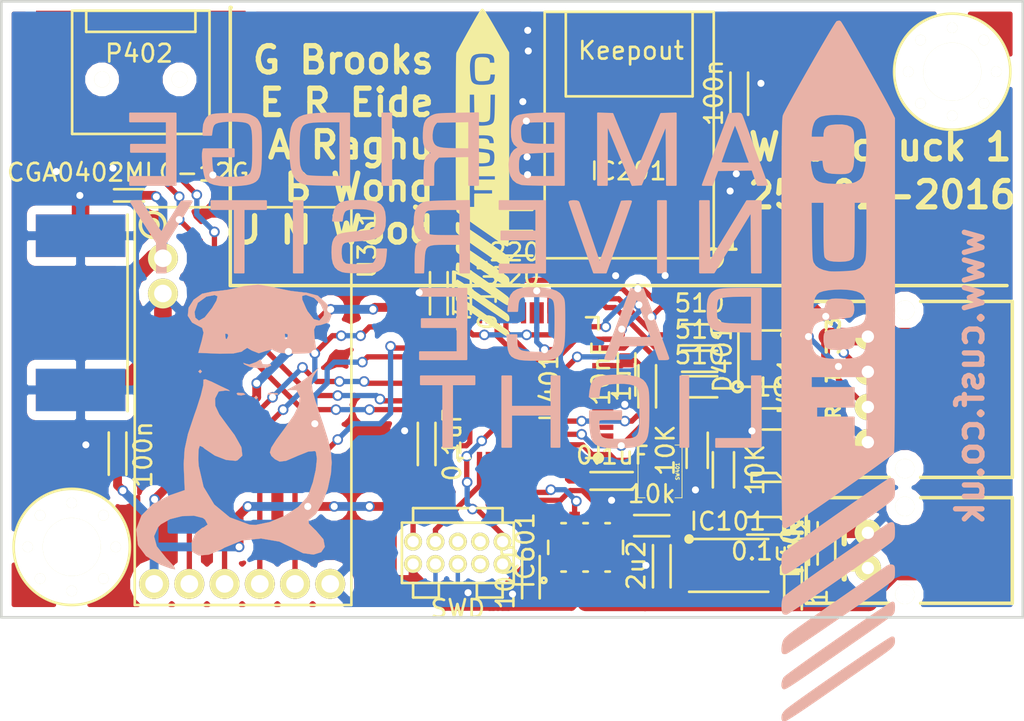
<source format=kicad_pcb>
(kicad_pcb (version 4) (host pcbnew 4.0.1-stable)
  (layers (0 F.Cu signal) (31 B.Cu signal) (34 B.Paste user) (35 F.Paste user) (36 B.SilkS user hide) (37 F.SilkS user) (38 B.Mask user) (39 F.Mask user) (44 Edge.Cuts user))
  (net 0 "")
  (net 1 GND)
  (net 2 +BATT)
  (net 3 +3V3)
  (net 4 /barometer/BARO_MISO)
  (net 5 /barometer/BARO_MOSI)
  (net 6 /barometer/BARO_CS)
  (net 7 /microcontroller/BOOT0)
  (net 8 /Radio/MTX2_EN/PGM)
  (net 9 /Radio/MTX2_TXD)
  (net 10 /Radio/MTX2_P1)
  (net 11 /Radio/MTX2_P0)
  (net 12 /microcontroller/nRST)
  (net 13 /microcontroller/EXT_TX)
  (net 14 /microcontroller/EXT_RX)
  (net 15 /microcontroller/USB_D-)
  (net 16 /microcontroller/USB_D+)
  (net 17 /microcontroller/SWDIO)
  (net 18 /microcontroller/SWCLK)
  (net 19 /microcontroller/BARO_CLK)
  (net 20 "Net-(A301-Pad1)")
  (net 21 "Net-(C102-Pad2)")
  (net 22 "Net-(IC201-Pad16)")
  (net 23 "Net-(IC201-Pad24)")
  (net 24 "Net-(IC201-Pad23)")
  (net 25 "Net-(IC201-Pad20)")
  (net 26 "Net-(IC201-Pad25)")
  (net 27 "Net-(IC201-Pad26)")
  (net 28 "Net-(D401-Pad1)")
  (net 29 "Net-(R401-Pad2)")
  (net 30 "Net-(D401-Pad4)")
  (net 31 "Net-(R402-Pad2)")
  (net 32 "Net-(D401-Pad3)")
  (net 33 "Net-(R403-Pad2)")
  (net 34 /GPS/GPS_TO_MCU)
  (net 35 /GPS/GPS_FROM_MCU)
  (net 36 "Net-(IC1-Pad1)")
  (net 37 "Net-(IC1-Pad3)")
  (net 38 "Net-(IC201-Pad29)")
  (net 39 "Net-(IC201-Pad30)")
  (net 40 "Net-(IC201-Pad28)")
  (net 41 "Net-(IC201-Pad2)")
  (net 42 "Net-(IC201-Pad3)")
  (net 43 "Net-(IC201-Pad6)")
  (net 44 "Net-(IC201-Pad7)")
  (net 45 "Net-(P401-Pad6)")
  (net 46 "Net-(P401-Pad7)")
  (net 47 "Net-(P401-Pad8)")
  (net 48 "Net-(P402-Pad1)")
  (net 49 "Net-(P402-Pad4)")
  (net 50 "Net-(U401-Pad1)")
  (net 51 "Net-(U401-Pad2)")
  (net 52 "Net-(U401-Pad3)")
  (net 53 "Net-(U401-Pad4)")
  (net 54 "Net-(U401-Pad5)")
  (net 55 "Net-(U401-Pad6)")
  (net 56 "Net-(U401-Pad10)")
  (net 57 "Net-(U401-Pad17)")
  (net 58 "Net-(U401-Pad18)")
  (net 59 "Net-(U401-Pad19)")
  (net 60 "Net-(U401-Pad20)")
  (net 61 "Net-(U401-Pad25)")
  (net 62 "Net-(U401-Pad28)")
  (net 63 "Net-(U401-Pad29)")
  (net 64 "Net-(U401-Pad31)")
  (net 65 "Net-(U401-Pad45)")
  (net 66 "Net-(U401-Pad46)")
  (module Woodchuck:MS5611-01BA (layer F.Cu) (at 198.3 132.15 90)
    (fp_text reference IC601 (at 0.95 -1.55 90) (layer F.SilkS))
    (fp_text value MS5611-01BA03 hide)
    (pad 1 smd rect (at 0 0 90) (size 1.5 0.6) (drill (offset -0.2 0)) (layers F.Cu F.Paste F.Mask) (net 3 +3V3))
    (pad 2 smd rect (at 0 1.25 90) (size 1.5 0.6) (drill (offset -0.2 0)) (layers F.Cu F.Paste F.Mask) (net 1 GND))
    (pad 3 smd rect (at 0 2.5 90) (size 1.5 0.6) (drill (offset -0.2 0)) (layers F.Cu F.Paste F.Mask) (net 1 GND))
    (pad 6 smd rect (at 2.2 2.5 90) (size 1.5 0.6) (drill (offset 0.2 0)) (layers F.Cu F.Paste F.Mask) (net 4 /barometer/BARO_MISO))
    (pad 7 smd rect (at 2.2 1.25 90) (size 1.5 0.6) (drill (offset 0.2 0)) (layers F.Cu F.Paste F.Mask) (net 5 /barometer/BARO_MOSI))
    (pad 8 smd rect (at 2.2 0 90) (size 1.5 0.6) (drill (offset 0.2 0)) (layers F.Cu F.Paste F.Mask) (net 19 /microcontroller/BARO_CLK))
    (pad 4 smd rect (at 0 3.75 90) (size 1.5 0.6) (drill (offset -0.2 0)) (layers F.Cu F.Paste F.Mask) (net 6 /barometer/BARO_CS))
    (pad 5 smd rect (at 2.2 3.75 90) (size 1.5 0.6) (drill (offset 0.2 0)) (layers F.Cu F.Paste F.Mask) (net 6 /barometer/BARO_CS))
  )
  (module Woodchuck:SMA-142-0701-801 (layer F.Cu) (at 171.5 117.7 270)
    (fp_text reference A301 hide)
    (fp_text value SMA hide)
    (pad 1 smd rect (at 0 0 270) (size 2.286 5.08) (layers F.Cu F.Mask) (net 20 "Net-(A301-Pad1)"))
    (pad 2 smd rect (at -4.3815 0 270) (size 2.413 5.08) (layers F.Cu F.Mask) (net 1 GND))
    (pad 3 smd rect (at 4.3815 0 270) (size 2.413 5.08) (layers F.Cu F.Mask) (net 1 GND))
    (pad 4 smd rect (at -4.3815 0 270) (size 2.413 5.08) (layers B.Cu B.Mask) (net 1 GND))
    (pad 5 smd rect (at 4.3815 0 270) (size 2.413 5.08) (layers B.Cu B.Mask) (net 1 GND))
  )
  (module Woodchuck:C0603 (layer F.Cu) (at 213.85 130 270)
    (fp_text reference C101 hide)
    (fp_text value 2u2 (at 0.75 1.45 270) (layer F.SilkS))
    (pad 1 smd rect (at 0 0 270) (size 0.8 0.8) (layers F.Cu F.Paste F.Mask) (net 1 GND))
    (pad 2 smd rect (at 1.6 0 270) (size 0.8 0.8) (layers F.Cu F.Paste F.Mask) (net 2 +BATT))
  )
  (module Woodchuck:C0603 (layer F.Cu) (at 211.95 134.15 90)
    (fp_text reference C102 hide)
    (fp_text value 1n (at 0.75 1.45 90) (layer F.SilkS))
    (pad 1 smd rect (at 0 0 90) (size 0.8 0.8) (layers F.Cu F.Paste F.Mask) (net 3 +3V3))
    (pad 2 smd rect (at 1.6 0 90) (size 0.8 0.8) (layers F.Cu F.Paste F.Mask) (net 21 "Net-(C102-Pad2)"))
  )
  (module Woodchuck:C0603 (layer F.Cu) (at 204.5 131.3 270)
    (fp_text reference C103 hide)
    (fp_text value 2u2 (at 0.75 1.45 270) (layer F.SilkS))
    (pad 1 smd rect (at 0 0 270) (size 0.8 0.8) (layers F.Cu F.Paste F.Mask) (net 3 +3V3))
    (pad 2 smd rect (at 1.6 0 270) (size 0.8 0.8) (layers F.Cu F.Paste F.Mask) (net 1 GND))
  )
  (module Woodchuck:C0603 (layer F.Cu) (at 208.9 104.45 270)
    (fp_text reference C201 hide)
    (fp_text value 100n (at 0.75 1.45 270) (layer F.SilkS))
    (pad 1 smd rect (at 0 0 270) (size 0.8 0.8) (layers F.Cu F.Paste F.Mask) (net 1 GND))
    (pad 2 smd rect (at 1.6 0 270) (size 0.8 0.8) (layers F.Cu F.Paste F.Mask) (net 3 +3V3))
  )
  (module Woodchuck:C0603 (layer F.Cu) (at 173.6 126.5 90)
    (fp_text reference C301 hide)
    (fp_text value 100n (at 0.75 1.45 90) (layer F.SilkS))
    (pad 1 smd rect (at 0 0 90) (size 0.8 0.8) (layers F.Cu F.Paste F.Mask) (net 3 +3V3))
    (pad 2 smd rect (at 1.6 0 90) (size 0.8 0.8) (layers F.Cu F.Paste F.Mask) (net 1 GND))
  )
  (module Woodchuck:C0603 (layer F.Cu) (at 202.5 120.4 270)
    (fp_text reference C401 hide)
    (fp_text value 10nF (at 0.75 1.45 270) (layer F.SilkS))
    (pad 1 smd rect (at 0 0 270) (size 0.8 0.8) (layers F.Cu F.Paste F.Mask) (net 3 +3V3))
    (pad 2 smd rect (at 1.6 0 270) (size 0.8 0.8) (layers F.Cu F.Paste F.Mask) (net 1 GND))
  )
  (module Woodchuck:C0603 (layer F.Cu) (at 202.45 127.25 180)
    (fp_text reference C402 hide)
    (fp_text value 0.1uF (at 0.75 1.45 180) (layer F.SilkS))
    (pad 1 smd rect (at 0 0 180) (size 0.8 0.8) (layers F.Cu F.Paste F.Mask) (net 3 +3V3))
    (pad 2 smd rect (at 1.6 0 180) (size 0.8 0.8) (layers F.Cu F.Paste F.Mask) (net 1 GND))
  )
  (module Woodchuck:C0603 (layer F.Cu) (at 191.15 125.95 90)
    (fp_text reference C403 hide)
    (fp_text value 0.1uF (at 0.75 1.45 90) (layer F.SilkS))
    (pad 1 smd rect (at 0 0 90) (size 0.8 0.8) (layers F.Cu F.Paste F.Mask) (net 3 +3V3))
    (pad 2 smd rect (at 1.6 0 90) (size 0.8 0.8) (layers F.Cu F.Paste F.Mask) (net 1 GND))
  )
  (module Woodchuck:C0603 (layer F.Cu) (at 193.16 117.36 90)
    (fp_text reference C404 hide)
    (fp_text value 0.1uF (at 0.75 1.45 90) (layer F.SilkS))
    (pad 1 smd rect (at 0 0 90) (size 0.8 0.8) (layers F.Cu F.Paste F.Mask) (net 3 +3V3))
    (pad 2 smd rect (at 1.6 0 90) (size 0.8 0.8) (layers F.Cu F.Paste F.Mask) (net 1 GND))
  )
  (module Woodchuck:C0603 (layer F.Cu) (at 197.07 131.92 270)
    (fp_text reference C601 hide)
    (fp_text value 100n (at 0.75 1.45 270) (layer F.SilkS))
    (pad 1 smd rect (at 0 0 270) (size 0.8 0.8) (layers F.Cu F.Paste F.Mask) (net 3 +3V3))
    (pad 2 smd rect (at 1.6 0 270) (size 0.8 0.8) (layers F.Cu F.Paste F.Mask) (net 1 GND))
  )
  (module Woodchuck:R0402 (layer F.Cu) (at 174.8 111.025 180)
    (fp_text reference D301 hide)
    (fp_text value CGA0402MLC-12G (at 0.6 1.3 180) (layer F.SilkS))
    (pad 1 smd rect (at 0 0 180) (size 0.6 0.5) (layers F.Cu F.Paste F.Mask) (net 20 "Net-(A301-Pad1)"))
    (pad 2 smd rect (at 1.1 0 180) (size 0.6 0.5) (layers F.Cu F.Paste F.Mask) (net 1 GND))
  )
  (module Woodchuck:UBLOX_CAM_M8Q (layer F.Cu) (at 198.25 113.8 90)
    (fp_text reference IC201 (at 4.15 4.35 180) (layer F.SilkS))
    (fp_text value u-blox_CAM-M8Q)
    (fp_text user Keepout (at 11 4.5 180) (layer F.SilkS))
    (pad 16 smd rect (at 10 0 90) (size 0.7 1.5) (layers F.Cu F.Paste F.Mask) (net 22 "Net-(IC201-Pad16)"))
    (pad 17 smd rect (at 9 0 90) (size 0.7 1.5) (layers F.Cu F.Paste F.Mask) (net 22 "Net-(IC201-Pad16)"))
    (pad 22 smd rect (at 4 0 90) (size 0.7 1.5) (layers F.Cu F.Paste F.Mask) (net 1 GND))
    (pad 24 smd rect (at 2 0 90) (size 0.7 1.5) (layers F.Cu F.Paste F.Mask) (net 23 "Net-(IC201-Pad24)"))
    (pad 23 smd rect (at 3 0 90) (size 0.7 1.5) (layers F.Cu F.Paste F.Mask) (net 24 "Net-(IC201-Pad23)"))
    (pad 21 smd rect (at 5 0 90) (size 0.7 1.5) (layers F.Cu F.Paste F.Mask) (net 1 GND))
    (pad 20 smd rect (at 6 0 90) (size 0.7 1.5) (layers F.Cu F.Paste F.Mask) (net 25 "Net-(IC201-Pad20)"))
    (pad 19 smd rect (at 7 0 90) (size 0.7 1.5) (layers F.Cu F.Paste F.Mask) (net 1 GND))
    (pad 18 smd rect (at 8 0 90) (size 0.7 1.5) (layers F.Cu F.Paste F.Mask) (net 1 GND))
    (pad 15 smd rect (at 11 0 90) (size 0.7 1.5) (layers F.Cu F.Paste F.Mask) (net 1 GND))
    (pad 14 smd rect (at 12.15 0 90) (size 1 1.5) (layers F.Cu F.Paste F.Mask) (net 1 GND))
    (pad 25 smd rect (at 1 0 90) (size 0.7 1.5) (layers F.Cu F.Paste F.Mask) (net 26 "Net-(IC201-Pad25)"))
    (pad 26 smd rect (at 0 0 90) (size 0.7 1.5) (layers F.Cu F.Paste F.Mask) (net 27 "Net-(IC201-Pad26)"))
    (pad 26 smd rect (at 0 0 90) (size 0.7 1.5) (layers F.Cu F.Paste F.Mask) (net 27 "Net-(IC201-Pad26)"))
    (pad 25 smd rect (at 1 0 90) (size 0.7 1.5) (layers F.Cu F.Paste F.Mask) (net 26 "Net-(IC201-Pad25)"))
    (pad 14 smd rect (at 12.15 0 90) (size 1 1.5) (layers F.Cu F.Paste F.Mask) (net 1 GND))
    (pad 15 smd rect (at 11 0 90) (size 0.7 1.5) (layers F.Cu F.Paste F.Mask) (net 1 GND))
    (pad 18 smd rect (at 8 0 90) (size 0.7 1.5) (layers F.Cu F.Paste F.Mask) (net 1 GND))
    (pad 19 smd rect (at 7 0 90) (size 0.7 1.5) (layers F.Cu F.Paste F.Mask) (net 1 GND))
    (pad 20 smd rect (at 6 0 90) (size 0.7 1.5) (layers F.Cu F.Paste F.Mask) (net 25 "Net-(IC201-Pad20)"))
    (pad 21 smd rect (at 5 0 90) (size 0.7 1.5) (layers F.Cu F.Paste F.Mask) (net 1 GND))
    (pad 23 smd rect (at 3 0 90) (size 0.7 1.5) (layers F.Cu F.Paste F.Mask) (net 24 "Net-(IC201-Pad23)"))
    (pad 24 smd rect (at 2 0 90) (size 0.7 1.5) (layers F.Cu F.Paste F.Mask) (net 23 "Net-(IC201-Pad24)"))
    (pad 22 smd rect (at 4 0 90) (size 0.7 1.5) (layers F.Cu F.Paste F.Mask) (net 1 GND))
    (pad 17 smd rect (at 9 0 90) (size 0.7 1.5) (layers F.Cu F.Paste F.Mask) (net 22 "Net-(IC201-Pad16)"))
    (pad 16 smd rect (at 10 0 90) (size 0.7 1.5) (layers F.Cu F.Paste F.Mask) (net 22 "Net-(IC201-Pad16)"))
    (pad 29 smd rect (at -0.4 4.4 90) (size 1.5 0.7) (layers F.Cu F.Paste F.Mask) (net 38 "Net-(IC201-Pad29)"))
    (pad 30 smd rect (at -0.4 5.4 90) (size 1.5 0.7) (layers F.Cu F.Paste F.Mask) (net 39 "Net-(IC201-Pad30)"))
    (pad 31 smd rect (at -0.4 6.4 90) (size 1.5 0.7) (layers F.Cu F.Paste F.Mask) (net 1 GND))
    (pad 28 smd rect (at -0.4 3.4 90) (size 1.5 0.7) (layers F.Cu F.Paste F.Mask) (net 40 "Net-(IC201-Pad28)"))
    (pad 27 smd rect (at -0.4 2.4 90) (size 1.5 0.7) (layers F.Cu F.Paste F.Mask) (net 1 GND))
    (pad 1 smd rect (at 0 8.8 90) (size 0.7 1.5) (layers F.Cu F.Paste F.Mask) (net 3 +3V3))
    (pad 2 smd rect (at 1 8.8 90) (size 0.7 1.5) (layers F.Cu F.Paste F.Mask) (net 41 "Net-(IC201-Pad2)"))
    (pad 3 smd rect (at 2 8.8 90) (size 0.7 1.5) (layers F.Cu F.Paste F.Mask) (net 42 "Net-(IC201-Pad3)"))
    (pad 4 smd rect (at 3 8.8 90) (size 0.7 1.5) (layers F.Cu F.Paste F.Mask) (net 1 GND))
    (pad 5 smd rect (at 4 8.8 90) (size 0.7 1.5) (layers F.Cu F.Paste F.Mask) (net 1 GND))
    (pad 6 smd rect (at 5 8.8 90) (size 0.7 1.5) (layers F.Cu F.Paste F.Mask) (net 43 "Net-(IC201-Pad6)"))
    (pad 7 smd rect (at 6 8.8 90) (size 0.7 1.5) (layers F.Cu F.Paste F.Mask) (net 44 "Net-(IC201-Pad7)"))
    (pad 8 smd rect (at 7 8.8 90) (size 0.7 1.5) (layers F.Cu F.Paste F.Mask) (net 3 +3V3))
    (pad 9 smd rect (at 8 8.8 90) (size 0.7 1.5) (layers F.Cu F.Paste F.Mask) (net 3 +3V3))
    (pad 10 smd rect (at 9 8.8 90) (size 0.7 1.5) (layers F.Cu F.Paste F.Mask) (net 1 GND))
    (pad 11 smd rect (at 10 8.8 90) (size 0.7 1.5) (layers F.Cu F.Paste F.Mask) (net 1 GND))
    (pad 12 smd rect (at 11 8.8 90) (size 0.7 1.5) (layers F.Cu F.Paste F.Mask) (net 1 GND))
    (pad 13 smd rect (at 12.15 8.8 90) (size 1 1.5) (layers F.Cu F.Paste F.Mask) (net 1 GND))
  )
  (module Woodchuck:S04B-PASK-2 (layer F.Cu) (at 216.2 119.05 270)
    (fp_text reference J401 (at 2.93 4.57 270) (layer F.SilkS))
    (fp_text value JSTA-4 hide)
    (pad 1 thru_hole circle (at 0 0 270) (size 1.5 1.5) (drill 0.7) (layers *.Cu *.Mask F.SilkS) (net 3 +3V3))
    (pad 2 thru_hole circle (at 2 0 270) (size 1.5 1.5) (drill 0.7) (layers *.Cu *.Mask F.SilkS) (net 13 /microcontroller/EXT_TX))
    (pad 3 thru_hole circle (at 4 0 270) (size 1.5 1.5) (drill 0.7) (layers *.Cu *.Mask F.SilkS) (net 14 /microcontroller/EXT_RX))
    (pad 4 thru_hole circle (at 6 0 270) (size 1.5 1.5) (drill 0.7) (layers *.Cu *.Mask F.SilkS) (net 1 GND))
    (pad "" np_thru_hole circle (at -1.5 -2.1 270) (size 1.1 1.1) (drill 1.1) (layers *.Cu *.Mask F.SilkS))
    (pad "" np_thru_hole circle (at 7.5 -2.1 270) (size 1.1 1.1) (drill 1.1) (layers *.Cu *.Mask F.SilkS))
  )
  (module Woodchuck:FTSH-105-01-F-D-K (layer F.Cu) (at 190.38 130.7)
    (fp_text reference P401 hide)
    (fp_text value SWD (at 2.54 3.81) (layer F.SilkS))
    (pad 1 thru_hole circle (at 0 1.27) (size 1.016 1.016) (drill 0.635) (layers *.Cu *.Mask F.SilkS) (net 3 +3V3))
    (pad 2 thru_hole circle (at 0 0) (size 1.016 1.016) (drill 0.635) (layers *.Cu *.Mask F.SilkS) (net 17 /microcontroller/SWDIO))
    (pad 3 thru_hole circle (at 1.27 1.27) (size 1.016 1.016) (drill 0.635) (layers *.Cu *.Mask F.SilkS) (net 1 GND))
    (pad 4 thru_hole circle (at 1.27 0) (size 1.016 1.016) (drill 0.635) (layers *.Cu *.Mask F.SilkS) (net 18 /microcontroller/SWCLK))
    (pad 5 thru_hole circle (at 2.54 1.27) (size 1.016 1.016) (drill 0.635) (layers *.Cu *.Mask F.SilkS) (net 1 GND))
    (pad 6 thru_hole circle (at 2.54 0) (size 1.016 1.016) (drill 0.635) (layers *.Cu *.Mask F.SilkS) (net 45 "Net-(P401-Pad6)"))
    (pad 7 thru_hole circle (at 3.81 1.27) (size 1.016 1.016) (drill 0.635) (layers *.Cu *.Mask F.SilkS) (net 46 "Net-(P401-Pad7)"))
    (pad 8 thru_hole circle (at 3.81 0) (size 1.016 1.016) (drill 0.635) (layers *.Cu *.Mask F.SilkS) (net 47 "Net-(P401-Pad8)"))
    (pad 9 thru_hole circle (at 5.08 1.27) (size 1.016 1.016) (drill 0.635) (layers *.Cu *.Mask F.SilkS) (net 1 GND))
    (pad 10 thru_hole circle (at 5.08 0) (size 1.016 1.016) (drill 0.635) (layers *.Cu *.Mask F.SilkS) (net 12 /microcontroller/nRST))
  )
  (module Woodchuck:MOLEX_67503_1020_MINI_USB (layer F.Cu) (at 176.52 106.76 270)
    (fp_text reference P402 (at -3.8 1.7 360) (layer F.SilkS))
    (fp_text value USB_OTG)
    (pad 1 smd rect (at 0 0 270) (size 2.25 0.5) (layers F.Cu F.Paste F.Mask) (net 48 "Net-(P402-Pad1)"))
    (pad 2 smd rect (at 0 0.8 270) (size 2.25 0.5) (layers F.Cu F.Paste F.Mask) (net 15 /microcontroller/USB_D-))
    (pad 3 smd rect (at 0 1.6 270) (size 2.25 0.5) (layers F.Cu F.Paste F.Mask) (net 16 /microcontroller/USB_D+))
    (pad 4 smd rect (at 0 2.4 270) (size 2.25 0.5) (layers F.Cu F.Paste F.Mask) (net 49 "Net-(P402-Pad4)"))
    (pad 5 smd rect (at 0 3.2 270) (size 2.25 0.5) (layers F.Cu F.Paste F.Mask) (net 1 GND))
    (pad 6 smd rect (at -4.225 -3.325 270) (size 4 2.05) (layers F.Cu F.Paste F.Mask) (net 1 GND))
    (pad 6 smd rect (at 0.025 -3.325 270) (size 3.5 2.05) (layers F.Cu F.Paste F.Mask) (net 1 GND))
    (pad 6 smd rect (at -4.225 6.525 270) (size 4 2.05) (layers F.Cu F.Paste F.Mask) (net 1 GND))
    (pad 6 smd rect (at 0.025 6.525 270) (size 3.5 2.05) (layers F.Cu F.Paste F.Mask) (net 1 GND))
    (pad "" np_thru_hole circle (at -2.325 -0.6 270) (size 0.9 0.9) (drill 0.9) (layers *.Cu *.Mask F.SilkS))
    (pad "" np_thru_hole circle (at -2.325 3.8 270) (size 0.9 0.9) (drill 0.9) (layers *.Cu *.Mask F.SilkS))
  )
  (module Woodchuck:0603 (layer F.Cu) (at 206.65 121.9 180)
    (fp_text reference R401 hide)
    (fp_text value 510 (at 0 1.8 180) (layer F.SilkS))
    (pad 1 smd rect (at -0.725 0 180) (size 0.7 0.95) (layers F.Cu F.Paste F.Mask) (net 28 "Net-(D401-Pad1)"))
    (pad 2 smd rect (at 0.725 0 180) (size 0.7 0.95) (layers F.Cu F.Paste F.Mask) (net 29 "Net-(R401-Pad2)"))
  )
  (module Woodchuck:0603 (layer F.Cu) (at 206.65 120.45 180)
    (fp_text reference R402 hide)
    (fp_text value 510 (at 0 1.8 180) (layer F.SilkS))
    (pad 1 smd rect (at -0.725 0 180) (size 0.7 0.95) (layers F.Cu F.Paste F.Mask) (net 30 "Net-(D401-Pad4)"))
    (pad 2 smd rect (at 0.725 0 180) (size 0.7 0.95) (layers F.Cu F.Paste F.Mask) (net 31 "Net-(R402-Pad2)"))
  )
  (module Woodchuck:0603 (layer F.Cu) (at 206.65 118.95 180)
    (fp_text reference R403 hide)
    (fp_text value 510 (at 0 1.8 180) (layer F.SilkS))
    (pad 1 smd rect (at -0.725 0 180) (size 0.7 0.95) (layers F.Cu F.Paste F.Mask) (net 32 "Net-(D401-Pad3)"))
    (pad 2 smd rect (at 0.725 0 180) (size 0.7 0.95) (layers F.Cu F.Paste F.Mask) (net 33 "Net-(R403-Pad2)"))
  )
  (module Woodchuck:0603 (layer F.Cu) (at 206.51 125.51 270)
    (fp_text reference R404 hide)
    (fp_text value 10K (at 0 1.8 270) (layer F.SilkS))
    (pad 1 smd rect (at -0.725 0 270) (size 0.7 0.95) (layers F.Cu F.Paste F.Mask) (net 7 /microcontroller/BOOT0))
    (pad 2 smd rect (at 0.725 0 270) (size 0.7 0.95) (layers F.Cu F.Paste F.Mask) (net 1 GND))
  )
  (module Woodchuck:0603 (layer F.Cu) (at 203.93 129.79 180)
    (fp_text reference R601 hide)
    (fp_text value 10k (at 0 1.8 180) (layer F.SilkS))
    (pad 1 smd rect (at -0.725 0 180) (size 0.7 0.95) (layers F.Cu F.Paste F.Mask) (net 3 +3V3))
    (pad 2 smd rect (at 0.725 0 180) (size 0.7 0.95) (layers F.Cu F.Paste F.Mask) (net 6 /barometer/BARO_CS))
  )
  (module Woodchuck:MTX2 (layer F.Cu) (at 174.575 111.7 270)
    (fp_text reference U301 (at 2.1 -13.2 270) (layer F.SilkS))
    (fp_text value Radiometrix_MTX2 hide)
    (pad 1 thru_hole circle (at 2.9 -1.6 270) (size 1.7 1.7) (drill 1) (layers *.Cu *.Mask F.SilkS) (net 20 "Net-(A301-Pad1)"))
    (pad 2 thru_hole circle (at 4.9 -1.6 270) (size 1.7 1.7) (drill 1) (layers *.Cu *.Mask F.SilkS) (net 1 GND))
    (pad 3 thru_hole circle (at 21.4 -1.1 270) (size 1.7 1.7) (drill 1) (layers *.Cu *.Mask F.SilkS) (net 3 +3V3))
    (pad 4 thru_hole circle (at 21.4 -3.1 270) (size 1.7 1.7) (drill 1) (layers *.Cu *.Mask F.SilkS) (net 8 /Radio/MTX2_EN/PGM))
    (pad 5 thru_hole circle (at 21.4 -5.1 270) (size 1.7 1.7) (drill 1) (layers *.Cu *.Mask F.SilkS) (net 9 /Radio/MTX2_TXD))
    (pad 6 thru_hole circle (at 21.4 -7.1 270) (size 1.7 1.7) (drill 1) (layers *.Cu *.Mask F.SilkS) (net 10 /Radio/MTX2_P1))
    (pad 7 thru_hole circle (at 21.4 -9.1 270) (size 1.7 1.7) (drill 1) (layers *.Cu *.Mask F.SilkS) (net 11 /Radio/MTX2_P0))
    (pad 8 thru_hole circle (at 21.4 -11.1 270) (size 1.7 1.7) (drill 1) (layers *.Cu *.Mask F.SilkS) (net 1 GND))
  )
  (module Woodchuck:LQFP48 (layer F.Cu) (at 196.9 121.95 90)
    (fp_text reference U401 (at 0 1.2 90) (layer F.SilkS))
    (fp_text value STM32F072CBT6)
    (pad 1 smd rect (at -2.75 4.25 90) (size 0.3 1.2) (layers F.Cu F.Paste F.Mask) (net 50 "Net-(U401-Pad1)"))
    (pad 2 smd rect (at -2.25 4.25 90) (size 0.3 1.2) (layers F.Cu F.Paste F.Mask) (net 51 "Net-(U401-Pad2)"))
    (pad 3 smd rect (at -1.75 4.25 90) (size 0.3 1.2) (layers F.Cu F.Paste F.Mask) (net 52 "Net-(U401-Pad3)"))
    (pad 4 smd rect (at -1.25 4.25 90) (size 0.3 1.2) (layers F.Cu F.Paste F.Mask) (net 53 "Net-(U401-Pad4)"))
    (pad 5 smd rect (at -0.75 4.25 90) (size 0.3 1.2) (layers F.Cu F.Paste F.Mask) (net 54 "Net-(U401-Pad5)"))
    (pad 6 smd rect (at -0.25 4.25 90) (size 0.3 1.2) (layers F.Cu F.Paste F.Mask) (net 55 "Net-(U401-Pad6)"))
    (pad 7 smd rect (at 0.25 4.25 90) (size 0.3 1.2) (layers F.Cu F.Paste F.Mask) (net 12 /microcontroller/nRST))
    (pad 8 smd rect (at 0.75 4.25 90) (size 0.3 1.2) (layers F.Cu F.Paste F.Mask) (net 1 GND))
    (pad 9 smd rect (at 1.25 4.25 90) (size 0.3 1.2) (layers F.Cu F.Paste F.Mask) (net 3 +3V3))
    (pad 10 smd rect (at 1.75 4.25 90) (size 0.3 1.2) (layers F.Cu F.Paste F.Mask) (net 56 "Net-(U401-Pad10)"))
    (pad 11 smd rect (at 2.25 4.25 90) (size 0.3 1.2) (layers F.Cu F.Paste F.Mask) (net 29 "Net-(R401-Pad2)"))
    (pad 12 smd rect (at 2.75 4.25 90) (size 0.3 1.2) (layers F.Cu F.Paste F.Mask) (net 35 /GPS/GPS_FROM_MCU))
    (pad 13 smd rect (at 4.25 2.75 90) (size 1.2 0.3) (layers F.Cu F.Paste F.Mask) (net 34 /GPS/GPS_TO_MCU))
    (pad 14 smd rect (at 4.25 2.25 90) (size 1.2 0.3) (layers F.Cu F.Paste F.Mask) (net 9 /Radio/MTX2_TXD))
    (pad 15 smd rect (at 4.25 1.75 90) (size 1.2 0.3) (layers F.Cu F.Paste F.Mask) (net 31 "Net-(R402-Pad2)"))
    (pad 16 smd rect (at 4.25 1.25 90) (size 1.2 0.3) (layers F.Cu F.Paste F.Mask) (net 33 "Net-(R403-Pad2)"))
    (pad 17 smd rect (at 4.25 0.75 90) (size 1.2 0.3) (layers F.Cu F.Paste F.Mask) (net 57 "Net-(U401-Pad17)"))
    (pad 18 smd rect (at 4.25 0.25 90) (size 1.2 0.3) (layers F.Cu F.Paste F.Mask) (net 58 "Net-(U401-Pad18)"))
    (pad 19 smd rect (at 4.25 -0.25 90) (size 1.2 0.3) (layers F.Cu F.Paste F.Mask) (net 59 "Net-(U401-Pad19)"))
    (pad 20 smd rect (at 4.25 -0.75 90) (size 1.2 0.3) (layers F.Cu F.Paste F.Mask) (net 60 "Net-(U401-Pad20)"))
    (pad 21 smd rect (at 4.25 -1.25 90) (size 1.2 0.3) (layers F.Cu F.Paste F.Mask) (net 13 /microcontroller/EXT_TX))
    (pad 22 smd rect (at 4.25 -1.75 90) (size 1.2 0.3) (layers F.Cu F.Paste F.Mask) (net 14 /microcontroller/EXT_RX))
    (pad 23 smd rect (at 4.25 -2.25 90) (size 1.2 0.3) (layers F.Cu F.Paste F.Mask) (net 1 GND))
    (pad 24 smd rect (at 4.25 -2.75 90) (size 1.2 0.3) (layers F.Cu F.Paste F.Mask) (net 3 +3V3))
    (pad 25 smd rect (at 2.75 -4.25 90) (size 0.3 1.2) (layers F.Cu F.Paste F.Mask) (net 61 "Net-(U401-Pad25)"))
    (pad 26 smd rect (at 2.25 -4.25 90) (size 0.3 1.2) (layers F.Cu F.Paste F.Mask) (net 11 /Radio/MTX2_P0))
    (pad 27 smd rect (at 1.75 -4.25 90) (size 0.3 1.2) (layers F.Cu F.Paste F.Mask) (net 10 /Radio/MTX2_P1))
    (pad 28 smd rect (at 1.25 -4.25 90) (size 0.3 1.2) (layers F.Cu F.Paste F.Mask) (net 62 "Net-(U401-Pad28)"))
    (pad 29 smd rect (at 0.75 -4.25 90) (size 0.3 1.2) (layers F.Cu F.Paste F.Mask) (net 63 "Net-(U401-Pad29)"))
    (pad 30 smd rect (at 0.25 -4.25 90) (size 0.3 1.2) (layers F.Cu F.Paste F.Mask) (net 8 /Radio/MTX2_EN/PGM))
    (pad 31 smd rect (at -0.25 -4.25 90) (size 0.3 1.2) (layers F.Cu F.Paste F.Mask) (net 64 "Net-(U401-Pad31)"))
    (pad 32 smd rect (at -0.75 -4.25 90) (size 0.3 1.2) (layers F.Cu F.Paste F.Mask) (net 15 /microcontroller/USB_D-))
    (pad 33 smd rect (at -1.25 -4.25 90) (size 0.3 1.2) (layers F.Cu F.Paste F.Mask) (net 16 /microcontroller/USB_D+))
    (pad 34 smd rect (at -1.75 -4.25 90) (size 0.3 1.2) (layers F.Cu F.Paste F.Mask) (net 17 /microcontroller/SWDIO))
    (pad 35 smd rect (at -2.25 -4.25 90) (size 0.3 1.2) (layers F.Cu F.Paste F.Mask) (net 1 GND))
    (pad 36 smd rect (at -2.75 -4.25 90) (size 0.3 1.2) (layers F.Cu F.Paste F.Mask) (net 3 +3V3))
    (pad 37 smd rect (at -4.25 -2.75 90) (size 1.2 0.3) (layers F.Cu F.Paste F.Mask) (net 18 /microcontroller/SWCLK))
    (pad 38 smd rect (at -4.25 -2.25 90) (size 1.2 0.3) (layers F.Cu F.Paste F.Mask) (net 6 /barometer/BARO_CS))
    (pad 39 smd rect (at -4.25 -1.75 90) (size 1.2 0.3) (layers F.Cu F.Paste F.Mask) (net 19 /microcontroller/BARO_CLK))
    (pad 40 smd rect (at -4.25 -1.25 90) (size 1.2 0.3) (layers F.Cu F.Paste F.Mask) (net 4 /barometer/BARO_MISO))
    (pad 41 smd rect (at -4.25 -0.75 90) (size 1.2 0.3) (layers F.Cu F.Paste F.Mask) (net 5 /barometer/BARO_MOSI))
    (pad 42 smd rect (at -4.25 -0.25 90) (size 1.2 0.3) (layers F.Cu F.Paste F.Mask) (net 36 "Net-(IC1-Pad1)"))
    (pad 43 smd rect (at -4.25 0.25 90) (size 1.2 0.3) (layers F.Cu F.Paste F.Mask) (net 37 "Net-(IC1-Pad3)"))
    (pad 44 smd rect (at -4.25 0.75 90) (size 1.2 0.3) (layers F.Cu F.Paste F.Mask) (net 7 /microcontroller/BOOT0))
    (pad 45 smd rect (at -4.25 1.25 90) (size 1.2 0.3) (layers F.Cu F.Paste F.Mask) (net 65 "Net-(U401-Pad45)"))
    (pad 46 smd rect (at -4.25 1.75 90) (size 1.2 0.3) (layers F.Cu F.Paste F.Mask) (net 66 "Net-(U401-Pad46)"))
    (pad 47 smd rect (at -4.25 2.25 90) (size 1.2 0.3) (layers F.Cu F.Paste F.Mask) (net 1 GND))
    (pad 48 smd rect (at -4.25 2.75 90) (size 1.2 0.3) (layers F.Cu F.Paste F.Mask) (net 3 +3V3))
  )
  (module Woodchuck:S02B-PASK-2 (layer F.Cu) (at 216.2 130.2 270)
    (fp_text reference P101 (at 0.64 4.38 270) (layer F.SilkS))
    (fp_text value CONN_01X02 hide)
    (pad 1 thru_hole circle (at 0 0 270) (size 1.5 1.5) (drill 0.7) (layers *.Cu *.Mask F.SilkS) (net 1 GND))
    (pad 2 thru_hole circle (at 2 0 270) (size 1.5 1.5) (drill 0.7) (layers *.Cu *.Mask F.SilkS) (net 2 +BATT))
    (pad "" np_thru_hole circle (at -1.5 -2.1 270) (size 1.1 1.1) (drill 1.1) (layers *.Cu *.Mask F.SilkS))
    (pad "" np_thru_hole circle (at 3.5 -2.1 270) (size 1.1 1.1) (drill 1.1) (layers *.Cu *.Mask F.SilkS))
  )
  (module Woodchuck:CREE_RGB_LED (layer F.Cu) (at 210.25 120.3 90)
    (fp_text reference D401 (at 0 -2.3 90) (layer F.SilkS))
    (fp_text value LED_RABG)
    (pad 4 smd rect (at 1.375 -0.75 90) (size 0.8 0.7) (layers F.Cu F.Paste F.Mask) (net 30 "Net-(D401-Pad4)"))
    (pad 1 smd rect (at -1.375 -0.75 90) (size 0.8 0.7) (layers F.Cu F.Paste F.Mask) (net 28 "Net-(D401-Pad1)"))
    (pad 2 smd rect (at -1.375 0.75 90) (size 0.8 0.7) (layers F.Cu F.Paste F.Mask) (net 3 +3V3))
    (pad 3 smd rect (at 1.375 0.75 90) (size 0.8 0.7) (layers F.Cu F.Paste F.Mask) (net 32 "Net-(D401-Pad3)"))
  )
  (module Woodchuck:C0603 (layer F.Cu) (at 209.75 129.8)
    (fp_text reference C1 hide)
    (fp_text value 0.1uF (at 0.75 1.45) (layer F.SilkS))
    (pad 1 smd rect (at 0 0) (size 0.8 0.8) (layers F.Cu F.Paste F.Mask) (net 3 +3V3))
    (pad 2 smd rect (at 1.6 0) (size 0.8 0.8) (layers F.Cu F.Paste F.Mask) (net 1 GND))
  )
  (module agg:SOT-23-5 (layer F.Cu) (at 210.55 127.05 270)
    (fp_text reference IC1)
    (fp_text value 24AA01)
    (pad 1 smd rect (at -1.3 -0.95 270) (size 1.1 0.6) (layers F.Cu F.Paste F.Mask) (net 36 "Net-(IC1-Pad1)"))
    (pad 2 smd rect (at -1.3 0 270) (size 1.1 0.6) (layers F.Cu F.Paste F.Mask) (net 1 GND))
    (pad 3 smd rect (at -1.3 0.95 270) (size 1.1 0.6) (layers F.Cu F.Paste F.Mask) (net 37 "Net-(IC1-Pad3)"))
    (pad 4 smd rect (at 1.3 0.95 270) (size 1.1 0.6) (layers F.Cu F.Paste F.Mask) (net 3 +3V3))
    (pad 5 smd rect (at 1.3 -0.95 270) (size 1.1 0.6) (layers F.Cu F.Paste F.Mask) (net 1 GND))
  )
  (module Woodchuck:MSOP8 (layer F.Cu) (at 206.05 131.05)
    (fp_text reference IC101 (at 2.2 -1.5) (layer F.SilkS))
    (fp_text value ADP3335 hide)
    (pad 1 smd rect (at 0 0) (size 1.4 0.4) (layers F.Cu F.Paste F.Mask) (net 3 +3V3))
    (pad 2 smd rect (at 0 0.65) (size 1.4 0.4) (layers F.Cu F.Paste F.Mask) (net 3 +3V3))
    (pad 3 smd rect (at 0 1.3) (size 1.4 0.4) (layers F.Cu F.Paste F.Mask) (net 3 +3V3))
    (pad 4 smd rect (at 0 1.95) (size 1.4 0.4) (layers F.Cu F.Paste F.Mask) (net 1 GND))
    (pad 5 smd rect (at 4.4 1.95) (size 1.4 0.4) (layers F.Cu F.Paste F.Mask) (net 21 "Net-(C102-Pad2)"))
    (pad 6 smd rect (at 4.4 1.3) (size 1.4 0.4) (layers F.Cu F.Paste F.Mask) (net 2 +BATT))
    (pad 7 smd rect (at 4.4 0.65) (size 1.4 0.4) (layers F.Cu F.Paste F.Mask) (net 2 +BATT))
    (pad 8 smd rect (at 4.4 0) (size 1.4 0.4) (layers F.Cu F.Paste F.Mask) (net 2 +BATT))
  )
  (module Woodchuck:0603 (layer F.Cu) (at 211.23 123.73 180)
    (fp_text reference R1 hide)
    (fp_text value 10K (at 0 1.8 180) (layer F.SilkS))
    (pad 1 smd rect (at -0.725 0 180) (size 0.7 0.95) (layers F.Cu F.Paste F.Mask) (net 3 +3V3))
    (pad 2 smd rect (at 0.725 0 180) (size 0.7 0.95) (layers F.Cu F.Paste F.Mask) (net 36 "Net-(IC1-Pad1)"))
  )
  (module Woodchuck:0603 (layer F.Cu) (at 208 126.62 90)
    (fp_text reference R2 hide)
    (fp_text value 10K (at 0 1.8 90) (layer F.SilkS))
    (pad 1 smd rect (at -0.725 0 90) (size 0.7 0.95) (layers F.Cu F.Paste F.Mask) (net 3 +3V3))
    (pad 2 smd rect (at 0.725 0 90) (size 0.7 0.95) (layers F.Cu F.Paste F.Mask) (net 37 "Net-(IC1-Pad3)"))
  )
  (module Woodchuck:0603 (layer F.Cu) (at 196.15 112.45)
    (fp_text reference R201 hide)
    (fp_text value 220 (at 0 1.8) (layer F.SilkS))
    (pad 1 smd rect (at -0.725 0) (size 0.7 0.95) (layers F.Cu F.Paste F.Mask) (net 34 /GPS/GPS_TO_MCU))
    (pad 2 smd rect (at 0.725 0) (size 0.7 0.95) (layers F.Cu F.Paste F.Mask) (net 26 "Net-(IC201-Pad25)"))
  )
  (module Woodchuck:0603 (layer F.Cu) (at 196.15 113.85)
    (fp_text reference R202 hide)
    (fp_text value 220 (at 0 1.8) (layer F.SilkS))
    (pad 1 smd rect (at -0.725 0) (size 0.7 0.95) (layers F.Cu F.Paste F.Mask) (net 35 /GPS/GPS_FROM_MCU))
    (pad 2 smd rect (at 0.725 0) (size 0.7 0.95) (layers F.Cu F.Paste F.Mask) (net 27 "Net-(IC201-Pad26)"))
  )
  (module Woodchuck:B3U-1000P_switch (layer F.Cu) (at 204.4 126.71 270)
    (fp_text reference SW401 (at 0 -1 270) (layer F.SilkS) (effects (font (size 0.2 0.2) (thickness 0.05))))
    (fp_text value SPST)
    (pad 1 smd rect (at -1.7 0 270) (size 0.8 1.7) (layers F.Cu F.Paste F.Mask) (net 7 /microcontroller/BOOT0))
    (pad 2 smd rect (at 1.7 0 270) (size 0.8 1.7) (layers F.Cu F.Paste F.Mask) (net 3 +3V3))
  )
  (module Woodchuck:C0603 (layer F.Cu) (at 203.675 121.075 270)
    (fp_text reference C405 hide)
    (fp_text value 1u (at 0.75 1.45 270) (layer F.SilkS))
    (pad 1 smd rect (at 0 0 270) (size 0.8 0.8) (layers F.Cu F.Paste F.Mask) (net 3 +3V3))
    (pad 2 smd rect (at 1.6 0 270) (size 0.8 0.8) (layers F.Cu F.Paste F.Mask) (net 1 GND))
  )
  (module Woodchuck:C0603 (layer F.Cu) (at 191.84 117.39 90)
    (fp_text reference C406 hide)
    (fp_text value 4u7 (at 0.75 1.45 90) (layer F.SilkS))
    (pad 1 smd rect (at 0 0 90) (size 0.8 0.8) (layers F.Cu F.Paste F.Mask) (net 3 +3V3))
    (pad 2 smd rect (at 1.6 0 90) (size 0.8 0.8) (layers F.Cu F.Paste F.Mask) (net 1 GND))
  )
  (module Woodchuck:M3_MOUNT (layer F.Cu) (at 220.99 104)
    (fp_text reference X401 hide)
    (fp_text value "Mounting hole" hide)
    (pad "" np_thru_hole circle (at 0 0) (size 3.3 3.3) (drill 3.3) (layers *.Cu *.Mask F.Paste F.SilkS) (clearance 1.65))
    (pad "" np_thru_hole circle (at 0 -2.5) (size 0.6 0.6) (drill 0.6) (layers *.Cu *.Mask F.SilkS))
    (pad "" np_thru_hole circle (at 2.5 0) (size 0.6 0.6) (drill 0.6) (layers *.Cu *.Mask F.SilkS))
    (pad "" np_thru_hole circle (at 0 2.5) (size 0.6 0.6) (drill 0.6) (layers *.Cu *.Mask F.SilkS))
    (pad "" np_thru_hole circle (at -2.5 0) (size 0.6 0.6) (drill 0.6) (layers *.Cu *.Mask F.SilkS))
    (pad "" np_thru_hole circle (at -1.8 -1.8) (size 0.6 0.6) (drill 0.6) (layers *.Cu *.Mask F.SilkS))
    (pad "" np_thru_hole circle (at 1.8 -1.8) (size 0.6 0.6) (drill 0.6) (layers *.Cu *.Mask F.SilkS))
    (pad "" np_thru_hole circle (at -1.8 1.8) (size 0.6 0.6) (drill 0.6) (layers *.Cu *.Mask F.SilkS))
    (pad "" np_thru_hole circle (at 1.8 1.8) (size 0.6 0.6) (drill 0.6) (layers *.Cu *.Mask F.SilkS))
  )
  (module Woodchuck:M3_MOUNT (layer F.Cu) (at 171 131)
    (fp_text reference X402 hide)
    (fp_text value "Mounting hole" hide)
    (pad "" np_thru_hole circle (at 0 0) (size 3.3 3.3) (drill 3.3) (layers *.Cu *.Mask F.Paste F.SilkS) (clearance 1.65))
    (pad "" np_thru_hole circle (at 0 -2.5) (size 0.6 0.6) (drill 0.6) (layers *.Cu *.Mask F.SilkS))
    (pad "" np_thru_hole circle (at 2.5 0) (size 0.6 0.6) (drill 0.6) (layers *.Cu *.Mask F.SilkS))
    (pad "" np_thru_hole circle (at 0 2.5) (size 0.6 0.6) (drill 0.6) (layers *.Cu *.Mask F.SilkS))
    (pad "" np_thru_hole circle (at -2.5 0) (size 0.6 0.6) (drill 0.6) (layers *.Cu *.Mask F.SilkS))
    (pad "" np_thru_hole circle (at -1.8 -1.8) (size 0.6 0.6) (drill 0.6) (layers *.Cu *.Mask F.SilkS))
    (pad "" np_thru_hole circle (at 1.8 -1.8) (size 0.6 0.6) (drill 0.6) (layers *.Cu *.Mask F.SilkS))
    (pad "" np_thru_hole circle (at -1.8 1.8) (size 0.6 0.6) (drill 0.6) (layers *.Cu *.Mask F.SilkS))
    (pad "" np_thru_hole circle (at 1.8 1.8) (size 0.6 0.6) (drill 0.6) (layers *.Cu *.Mask F.SilkS))
  )
  (module Woodchuck:cusf_logo (layer F.Cu) (at 194.31 109.73)
    (fp_text reference X403 hide)
    (fp_text value "CUSF LOGO" hide)
  )
  (module Woodchuck:cusf_logo_full (layer F.Cu) (at 196 121)
    (fp_text reference X404 hide)
    (fp_text value "CUSF LOGO BACK" hide)
  )
  (module Woodchuck:Woodchuck_2 (layer B.Cu) (at 180.3 124.1 180)
    (fp_text reference G*** hide)
    (fp_text value LOGO hide)
  )
  (gr_text www.cusf.co.uk (at 222 121.3 90) (layer B.SilkS) (effects (font (size 1.5 1.5) (thickness 0.3)) (justify mirror)))
  (gr_circle (center 175.6 112.7) (end 175.6 112.4) (layer F.SilkS) (width 0.2))
  (gr_circle (center 175.6 112.7) (end 175.7 112) (layer F.SilkS) (width 0.2))
  (gr_circle (center 208.8 121.9) (end 209 121.7) (layer F.SilkS) (width 0.2))
  (gr_circle (center 207.4 114.6) (end 207.6 114.1) (layer F.SilkS) (width 0.2))
  (gr_text 1 (at 208.5 113.75) (layer F.SilkS) (effects (font (size 0.75 0.75) (thickness 0.1875))))
  (gr_text RX (at 214.25 123 90) (layer F.SilkS) (effects (font (size 0.75 0.75) (thickness 0.1875))))
  (gr_text TX (at 214.25 121 90) (layer F.SilkS) (effects (font (size 0.75 0.75) (thickness 0.1875))))
  (gr_text GND (at 214.25 125.25 90) (layer F.SilkS) (effects (font (size 0.75 0.75) (thickness 0.1875))))
  (gr_text 3V3 (at 214.25 119 90) (layer F.SilkS) (effects (font (size 0.75 0.75) (thickness 0.1875))))
  (gr_text + (at 214.75 132.25 90) (layer F.SilkS) (effects (font (size 1.5 1.5) (thickness 0.3))))
  (gr_text - (at 214.75 130.25 90) (layer F.SilkS) (effects (font (size 1.5 1.5) (thickness 0.3))))
  (gr_text PWR (at 212 131 90) (layer F.SilkS) (effects (font (size 1 1) (thickness 0.25))))
  (gr_text "25-02-2016\n" (at 217 111) (layer F.SilkS) (effects (font (size 1.5 1.5) (thickness 0.3))))
  (gr_line (start 225 135) (end 167 135) (angle 90) (layer Edge.Cuts) (width 0.15))
  (gr_line (start 225 100) (end 225 135) (angle 90) (layer Edge.Cuts) (width 0.15))
  (gr_line (start 167 100) (end 225 100) (angle 90) (layer Edge.Cuts) (width 0.15))
  (gr_line (start 167 135) (end 167 100) (angle 90) (layer Edge.Cuts) (width 0.15))
  (gr_text "Woodchuck 1" (at 216.9 108.28) (layer F.SilkS) (effects (font (size 1.5 1.5) (thickness 0.3))))
  (gr_text "G Brooks\nE R Eide\nA Raghu\nB Wong\nJ M Wood" (at 191.72 108.17) (layer F.SilkS) (effects (font (size 1.5 1.5) (thickness 0.3)) (justify right)))
  (gr_line (start 180 100.35) (end 180.05 100.35) (angle 90) (layer F.SilkS) (width 0.2))
  (gr_line (start 180 116.15) (end 180 100.35) (angle 90) (layer F.SilkS) (width 0.2))
  (gr_line (start 189.65 116.15) (end 180 116.15) (angle 90) (layer F.SilkS) (width 0.2))
  (gr_line (start 191.05 116.15) (end 189.65 116.15) (angle 90) (layer F.SilkS) (width 0.2))
  (gr_line (start 224.1 116.15) (end 191 116.15) (angle 90) (layer F.SilkS) (width 0.2))
  (segment (start 193.055 133.545) (end 193.445 133.545) (width 0.5) (layer B.Cu) (net 1))
  (via (at 193.5 133.6) (size 0.6) (drill 0.4) (layers F.Cu B.Cu) (net 1))
  (segment (start 193.445 133.545) (end 193.5 133.6) (width 0.5) (layer B.Cu) (net 1))
  (segment (start 202.5 122) (end 202.5 122.8) (width 0.5) (layer F.Cu) (net 1))
  (via (at 202.4 122.9) (size 0.6) (drill 0.4) (layers F.Cu B.Cu) (net 1))
  (segment (start 202.5 122.8) (end 202.4 122.9) (width 0.5) (layer F.Cu) (net 1))
  (segment (start 191.15 124.35) (end 189.95 124.35) (width 0.5) (layer F.Cu) (net 1))
  (via (at 189.9 124.4) (size 0.6) (drill 0.4) (layers F.Cu B.Cu) (net 1))
  (segment (start 189.95 124.35) (end 189.9 124.4) (width 0.5) (layer F.Cu) (net 1))
  (segment (start 173.6 124.9) (end 172.1 124.9) (width 0.5) (layer F.Cu) (net 1))
  (via (at 171.8 125.2) (size 0.6) (drill 0.4) (layers F.Cu B.Cu) (net 1))
  (segment (start 172.1 124.9) (end 171.8 125.2) (width 0.5) (layer F.Cu) (net 1))
  (segment (start 191.65 131.97) (end 191.65 133.52) (width 0.25) (layer B.Cu) (net 1))
  (segment (start 192.92 133.41) (end 192.92 131.97) (width 0.25) (layer B.Cu) (net 1))
  (segment (start 193.06 133.55) (end 193.055 133.545) (width 0.25) (layer B.Cu) (net 1))
  (segment (start 193.055 133.545) (end 192.92 133.41) (width 0.25) (layer B.Cu) (net 1))
  (segment (start 191.68 133.55) (end 193.06 133.55) (width 0.25) (layer B.Cu) (net 1))
  (segment (start 191.65 133.52) (end 191.68 133.55) (width 0.25) (layer B.Cu) (net 1))
  (segment (start 206.51 126.235) (end 206.51 127.66) (width 0.5) (layer F.Cu) (net 1))
  (via (at 206.41 127.76) (size 0.6) (drill 0.4) (layers F.Cu B.Cu) (net 1))
  (segment (start 206.51 127.66) (end 206.41 127.76) (width 0.5) (layer F.Cu) (net 1))
  (segment (start 210.55 125.75) (end 210.55 125.02) (width 0.5) (layer F.Cu) (net 1))
  (via (at 209.62 124.41) (size 0.6) (drill 0.4) (layers F.Cu B.Cu) (net 1))
  (segment (start 209.86 124.65) (end 209.62 124.41) (width 0.3) (layer F.Cu) (net 1))
  (segment (start 210.18 124.65) (end 209.86 124.65) (width 0.3) (layer F.Cu) (net 1))
  (segment (start 210.55 125.02) (end 210.18 124.65) (width 0.3) (layer F.Cu) (net 1))
  (segment (start 211.35 129.8) (end 211.35 128.5) (width 0.5) (layer F.Cu) (net 1))
  (segment (start 211.35 128.5) (end 211.5 128.35) (width 0.5) (layer F.Cu) (net 1))
  (segment (start 173.32 106.76) (end 173.32 109.46) (width 0.3) (layer F.Cu) (net 1))
  (via (at 173.34 109.48) (size 0.6) (drill 0.4) (layers F.Cu B.Cu) (net 1))
  (segment (start 173.32 109.46) (end 173.34 109.48) (width 0.3) (layer F.Cu) (net 1))
  (segment (start 173.7 111.025) (end 171.465 111.025) (width 0.5) (layer F.Cu) (net 1))
  (segment (start 171.5 111.07) (end 171.46 111.03) (width 1) (layer F.Cu) (net 1))
  (via (at 171.46 111.03) (size 0.6) (drill 0.4) (layers F.Cu B.Cu) (net 1))
  (segment (start 171.5 111.07) (end 171.5 113.3185) (width 1) (layer F.Cu) (net 1))
  (segment (start 171.465 111.025) (end 171.46 111.03) (width 0.5) (layer F.Cu) (net 1))
  (segment (start 171.5 113.3185) (end 171.5 113.225) (width 0.5) (layer F.Cu) (net 1))
  (segment (start 179.845 102.535) (end 179.845 106.785) (width 1) (layer F.Cu) (net 1))
  (segment (start 179.845 106.785) (end 179.83 106.8) (width 1) (layer F.Cu) (net 1))
  (segment (start 179.83 106.8) (end 179.83 109.05) (width 1) (layer F.Cu) (net 1))
  (segment (start 179.83 109.05) (end 179.01 109.87) (width 1) (layer F.Cu) (net 1))
  (via (at 179.01 109.87) (size 0.6) (drill 0.4) (layers F.Cu B.Cu) (net 1))
  (segment (start 169.995 102.535) (end 169.995 106.785) (width 1) (layer F.Cu) (net 1))
  (segment (start 169.995 106.785) (end 170.12 106.91) (width 1) (layer F.Cu) (net 1))
  (segment (start 170.12 106.91) (end 170.12 109.67) (width 1) (layer F.Cu) (net 1))
  (via (at 170.12 109.67) (size 0.6) (drill 0.4) (layers F.Cu B.Cu) (net 1))
  (segment (start 171.5 122.0815) (end 173.6085 122.0815) (width 1) (layer F.Cu) (net 1))
  (segment (start 173.6085 122.0815) (end 176.175 119.515) (width 1) (layer F.Cu) (net 1))
  (segment (start 176.175 119.515) (end 176.175 116.6) (width 1) (layer F.Cu) (net 1))
  (segment (start 197.07 133.52) (end 196.18 133.52) (width 0.5) (layer F.Cu) (net 1))
  (via (at 196.025 133.675) (size 0.6) (drill 0.4) (layers F.Cu B.Cu) (net 1))
  (segment (start 196.18 133.52) (end 196.025 133.675) (width 0.3) (layer F.Cu) (net 1))
  (segment (start 191.84 115.79) (end 191.485 115.79) (width 0.5) (layer F.Cu) (net 1))
  (segment (start 191.485 115.79) (end 190.725 116.55) (width 0.5) (layer F.Cu) (net 1))
  (via (at 190.725 116.55) (size 0.6) (drill 0.4) (layers F.Cu B.Cu) (net 1))
  (segment (start 193.16 115.76) (end 191.87 115.76) (width 0.5) (layer F.Cu) (net 1))
  (segment (start 191.87 115.76) (end 191.84 115.79) (width 0.5) (layer F.Cu) (net 1))
  (segment (start 194.65 117.7) (end 194.65 116.625) (width 0.3) (layer F.Cu) (net 1))
  (segment (start 193.785 115.76) (end 193.16 115.76) (width 0.5) (layer F.Cu) (net 1))
  (segment (start 194.65 116.625) (end 193.785 115.76) (width 0.5) (layer F.Cu) (net 1))
  (segment (start 202.5 122) (end 202.5 121.65) (width 0.3) (layer F.Cu) (net 1))
  (segment (start 202.5 121.65) (end 202.05 121.2) (width 0.3) (layer F.Cu) (net 1))
  (segment (start 202.05 121.2) (end 201.15 121.2) (width 0.3) (layer F.Cu) (net 1))
  (segment (start 203.675 122.675) (end 203.175 122.675) (width 0.5) (layer F.Cu) (net 1))
  (segment (start 203.175 122.675) (end 202.5 122) (width 0.5) (layer F.Cu) (net 1))
  (segment (start 198.25 109.8) (end 196.93 109.8) (width 0.5) (layer F.Cu) (net 1))
  (via (at 196.88 109.85) (size 0.6) (drill 0.4) (layers F.Cu B.Cu) (net 1))
  (segment (start 196.93 109.8) (end 196.88 109.85) (width 0.5) (layer F.Cu) (net 1))
  (segment (start 198.25 108.8) (end 196.89 108.8) (width 0.5) (layer F.Cu) (net 1))
  (via (at 196.85 108.84) (size 0.6) (drill 0.4) (layers F.Cu B.Cu) (net 1))
  (segment (start 196.89 108.8) (end 196.85 108.84) (width 0.5) (layer F.Cu) (net 1))
  (segment (start 198.25 102.8) (end 196.94 102.8) (width 0.5) (layer F.Cu) (net 1))
  (via (at 196.92 102.82) (size 0.6) (drill 0.4) (layers F.Cu B.Cu) (net 1))
  (segment (start 196.94 102.8) (end 196.92 102.82) (width 0.5) (layer F.Cu) (net 1))
  (segment (start 198.25 101.65) (end 196.89 101.65) (width 0.5) (layer F.Cu) (net 1))
  (via (at 196.89 101.65) (size 0.6) (drill 0.4) (layers F.Cu B.Cu) (net 1))
  (segment (start 198.25 106.8) (end 196.81 106.8) (width 0.5) (layer F.Cu) (net 1))
  (via (at 196.81 106.8) (size 0.6) (drill 0.4) (layers F.Cu B.Cu) (net 1))
  (segment (start 198.25 105.8) (end 196.71 105.8) (width 0.5) (layer F.Cu) (net 1))
  (segment (start 196.61 105.7) (end 196.6 105.71) (width 0.5) (layer B.Cu) (net 1))
  (via (at 196.61 105.7) (size 0.6) (drill 0.4) (layers F.Cu B.Cu) (net 1))
  (segment (start 196.71 105.8) (end 196.61 105.7) (width 0.5) (layer F.Cu) (net 1))
  (segment (start 207.05 101.65) (end 207.05 102.8) (width 0.5) (layer F.Cu) (net 1))
  (segment (start 207.05 102.8) (end 207.11 102.8) (width 0.5) (layer F.Cu) (net 1))
  (segment (start 207.11 102.8) (end 208.11 103.8) (width 0.5) (layer F.Cu) (net 1))
  (segment (start 207.05 102.8) (end 207.05 103.8) (width 0.5) (layer F.Cu) (net 1))
  (segment (start 208.9 104.45) (end 209.92 104.45) (width 0.5) (layer F.Cu) (net 1))
  (via (at 210.13 104.66) (size 0.6) (drill 0.4) (layers F.Cu B.Cu) (net 1))
  (segment (start 209.92 104.45) (end 210.13 104.66) (width 0.5) (layer F.Cu) (net 1))
  (segment (start 207.05 104.8) (end 208.55 104.8) (width 0.5) (layer F.Cu) (net 1))
  (segment (start 208.55 104.8) (end 208.9 104.45) (width 0.5) (layer F.Cu) (net 1))
  (segment (start 207.05 103.8) (end 208.11 103.8) (width 0.5) (layer F.Cu) (net 1))
  (segment (start 208.11 103.8) (end 208.25 103.8) (width 0.5) (layer F.Cu) (net 1))
  (segment (start 208.25 103.8) (end 208.9 104.45) (width 0.5) (layer F.Cu) (net 1))
  (segment (start 207.05 110.8) (end 208.36 110.8) (width 0.5) (layer F.Cu) (net 1))
  (via (at 208.38 110.78) (size 0.6) (drill 0.4) (layers F.Cu B.Cu) (net 1))
  (segment (start 208.36 110.8) (end 208.38 110.78) (width 0.5) (layer F.Cu) (net 1))
  (segment (start 207.05 109.8) (end 208.73 109.8) (width 0.5) (layer F.Cu) (net 1))
  (via (at 208.73 109.8) (size 0.6) (drill 0.4) (layers F.Cu B.Cu) (net 1))
  (segment (start 204.65 114.2) (end 204.65 115.54) (width 0.5) (layer F.Cu) (net 1))
  (segment (start 204.69 115.58) (end 204.69 115.6) (width 0.5) (layer B.Cu) (net 1))
  (via (at 204.69 115.58) (size 0.6) (drill 0.4) (layers F.Cu B.Cu) (net 1))
  (segment (start 204.65 115.54) (end 204.69 115.58) (width 0.5) (layer F.Cu) (net 1))
  (segment (start 200.65 114.2) (end 200.65 114.86) (width 0.3) (layer F.Cu) (net 1))
  (segment (start 200.65 114.86) (end 201.38 115.59) (width 0.3) (layer F.Cu) (net 1))
  (segment (start 201.38 115.59) (end 201.88 115.59) (width 0.3) (layer F.Cu) (net 1))
  (via (at 201.88 115.59) (size 0.6) (drill 0.4) (layers F.Cu B.Cu) (net 1))
  (segment (start 199.55 132.15) (end 200.8 132.15) (width 0.5) (layer F.Cu) (net 1))
  (segment (start 199.55 132.15) (end 199.66 132.15) (width 0.5) (layer F.Cu) (net 1))
  (segment (start 199.66 132.15) (end 200.12 132.61) (width 0.5) (layer F.Cu) (net 1))
  (segment (start 197.07 133.52) (end 199.21 133.52) (width 0.5) (layer F.Cu) (net 1))
  (segment (start 200.34 132.61) (end 200.8 132.15) (width 0.5) (layer F.Cu) (net 1))
  (segment (start 200.12 132.61) (end 200.34 132.61) (width 0.5) (layer F.Cu) (net 1))
  (segment (start 199.21 133.52) (end 200.12 132.61) (width 0.5) (layer F.Cu) (net 1))
  (segment (start 204.5 132.9) (end 204.45 132.9) (width 0.5) (layer F.Cu) (net 1))
  (segment (start 204.45 132.9) (end 203.6 132.05) (width 0.5) (layer F.Cu) (net 1))
  (via (at 203.6 132.05) (size 0.6) (drill 0.4) (layers F.Cu B.Cu) (net 1))
  (segment (start 206.05 133) (end 204.6 133) (width 0.5) (layer F.Cu) (net 1))
  (segment (start 204.6 133) (end 204.5 132.9) (width 0.5) (layer F.Cu) (net 1))
  (segment (start 192.65 124.2) (end 191.3 124.2) (width 0.3) (layer F.Cu) (net 1))
  (segment (start 191.3 124.2) (end 191.15 124.35) (width 0.3) (layer F.Cu) (net 1))
  (segment (start 213.85 130) (end 216 130) (width 1) (layer F.Cu) (net 1))
  (segment (start 216 130) (end 216.2 130.2) (width 1) (layer F.Cu) (net 1))
  (segment (start 211.5 128.35) (end 212.2 128.35) (width 0.5) (layer F.Cu) (net 1))
  (segment (start 212.2 128.35) (end 213.85 130) (width 0.5) (layer F.Cu) (net 1))
  (segment (start 200.85 127.25) (end 200.85 127.55) (width 0.5) (layer F.Cu) (net 1))
  (segment (start 200.85 127.55) (end 201.65 128.35) (width 0.5) (layer F.Cu) (net 1))
  (via (at 201.65 128.35) (size 0.6) (drill 0.4) (layers F.Cu B.Cu) (net 1))
  (segment (start 200.85 127.25) (end 199.25 127.25) (width 0.3) (layer F.Cu) (net 1))
  (segment (start 199.15 127.15) (end 199.15 126.2) (width 0.3) (layer F.Cu) (net 1))
  (segment (start 199.25 127.25) (end 199.15 127.15) (width 0.3) (layer F.Cu) (net 1))
  (segment (start 213.85 131.6) (end 215.6 131.6) (width 1) (layer F.Cu) (net 2))
  (segment (start 215.6 131.6) (end 216.2 132.2) (width 1) (layer F.Cu) (net 2))
  (segment (start 210.45 131.7) (end 211.05 131.7) (width 0.5) (layer F.Cu) (net 2))
  (segment (start 211.05 131.7) (end 211.7 131.05) (width 0.5) (layer F.Cu) (net 2))
  (segment (start 210.45 131.7) (end 210.45 132.35) (width 0.5) (layer F.Cu) (net 2))
  (segment (start 210.45 131.05) (end 210.45 131.7) (width 0.5) (layer F.Cu) (net 2))
  (segment (start 213.85 131.6) (end 213.3 131.6) (width 1) (layer F.Cu) (net 2))
  (segment (start 212.75 131.05) (end 211.7 131.05) (width 1) (layer F.Cu) (net 2))
  (segment (start 211.7 131.05) (end 210.45 131.05) (width 1) (layer F.Cu) (net 2))
  (segment (start 213.3 131.6) (end 212.75 131.05) (width 1) (layer F.Cu) (net 2))
  (segment (start 175.675 129.6) (end 175.675 128.325) (width 0.5) (layer B.Cu) (net 3))
  (segment (start 188.21 117.39) (end 191.84 117.39) (width 0.5) (layer F.Cu) (net 3))
  (segment (start 188.1 117.5) (end 188.21 117.39) (width 0.5) (layer F.Cu) (net 3))
  (via (at 188.1 117.5) (size 0.6) (drill 0.4) (layers F.Cu B.Cu) (net 3))
  (segment (start 186.8 117.5) (end 188.1 117.5) (width 0.5) (layer B.Cu) (net 3))
  (segment (start 185.7 117.5) (end 186.8 117.5) (width 0.5) (layer B.Cu) (net 3))
  (via (at 185.7 117.5) (size 0.6) (drill 0.4) (layers F.Cu B.Cu) (net 3))
  (segment (start 185.2 118) (end 185.7 117.5) (width 0.5) (layer F.Cu) (net 3))
  (segment (start 183.3 119.9) (end 185.2 118) (width 0.5) (layer F.Cu) (net 3))
  (via (at 183.3 119.9) (size 0.6) (drill 0.4) (layers F.Cu B.Cu) (net 3))
  (segment (start 181.5 121.7) (end 183.3 119.9) (width 0.5) (layer B.Cu) (net 3))
  (via (at 181.5 121.7) (size 0.6) (drill 0.4) (layers F.Cu B.Cu) (net 3))
  (segment (start 181.5 122.5) (end 181.5 121.7) (width 0.5) (layer F.Cu) (net 3))
  (segment (start 175.7 128.3) (end 181.5 122.5) (width 0.5) (layer F.Cu) (net 3))
  (via (at 175.7 128.3) (size 0.6) (drill 0.4) (layers F.Cu B.Cu) (net 3))
  (segment (start 175.675 128.325) (end 175.7 128.3) (width 0.5) (layer B.Cu) (net 3))
  (segment (start 189.2 128.7) (end 187.9 128.7) (width 0.5) (layer F.Cu) (net 3))
  (segment (start 180.5 131) (end 175.675 131) (width 0.5) (layer B.Cu) (net 3))
  (via (at 180.5 131) (size 0.6) (drill 0.4) (layers F.Cu B.Cu) (net 3))
  (segment (start 180.5 129.2) (end 180.5 131) (width 0.5) (layer F.Cu) (net 3))
  (segment (start 181 128.7) (end 180.5 129.2) (width 0.5) (layer F.Cu) (net 3))
  (via (at 181 128.7) (size 0.6) (drill 0.4) (layers F.Cu B.Cu) (net 3))
  (segment (start 184.4 128.7) (end 181 128.7) (width 0.5) (layer B.Cu) (net 3))
  (via (at 184.4 128.7) (size 0.6) (drill 0.4) (layers F.Cu B.Cu) (net 3))
  (segment (start 185.9 128.7) (end 184.4 128.7) (width 0.5) (layer F.Cu) (net 3))
  (via (at 185.9 128.7) (size 0.6) (drill 0.4) (layers F.Cu B.Cu) (net 3))
  (segment (start 187.9 128.7) (end 185.9 128.7) (width 0.5) (layer B.Cu) (net 3))
  (via (at 187.9 128.7) (size 0.6) (drill 0.4) (layers F.Cu B.Cu) (net 3))
  (segment (start 175.675 131) (end 175.8 131) (width 0.5) (layer B.Cu) (net 3))
  (segment (start 175.8 131) (end 175.675 131) (width 0.5) (layer B.Cu) (net 3))
  (segment (start 175.675 133.1) (end 175.675 132.525) (width 0.3) (layer B.Cu) (net 3))
  (segment (start 173.6 126.5) (end 173.6 127.5) (width 0.5) (layer F.Cu) (net 3))
  (segment (start 175.675 129.575) (end 175.675 129.6) (width 0.5) (layer B.Cu) (net 3))
  (segment (start 175.675 129.6) (end 175.675 129.9) (width 0.5) (layer B.Cu) (net 3))
  (segment (start 173.9 127.8) (end 175.675 129.575) (width 0.5) (layer B.Cu) (net 3))
  (via (at 173.9 127.8) (size 0.6) (drill 0.4) (layers F.Cu B.Cu) (net 3))
  (segment (start 173.6 127.5) (end 173.9 127.8) (width 0.5) (layer F.Cu) (net 3))
  (segment (start 175.675 129.9) (end 175.675 131) (width 0.5) (layer B.Cu) (net 3))
  (segment (start 175.675 131) (end 175.675 133.1) (width 0.5) (layer B.Cu) (net 3))
  (segment (start 202.45 127.25) (end 202.45 127.74) (width 0.5) (layer F.Cu) (net 3))
  (segment (start 203.12 128.41) (end 204.4 128.41) (width 0.5) (layer F.Cu) (net 3))
  (segment (start 202.45 127.74) (end 203.12 128.41) (width 0.5) (layer F.Cu) (net 3))
  (segment (start 204.4 128.41) (end 204.4 129.535) (width 0.5) (layer F.Cu) (net 3))
  (segment (start 204.4 129.535) (end 204.655 129.79) (width 0.5) (layer F.Cu) (net 3))
  (segment (start 204.5 131.3) (end 204.5 129.945) (width 0.5) (layer F.Cu) (net 3))
  (segment (start 204.5 129.945) (end 204.655 129.79) (width 0.5) (layer F.Cu) (net 3))
  (segment (start 207.45 128.2) (end 207.45 128.47) (width 0.5) (layer F.Cu) (net 3))
  (segment (start 206.13 129.79) (end 204.655 129.79) (width 0.5) (layer F.Cu) (net 3))
  (segment (start 207.45 128.47) (end 206.13 129.79) (width 0.5) (layer F.Cu) (net 3))
  (segment (start 208 127.345) (end 208 127.65) (width 0.3) (layer F.Cu) (net 3))
  (segment (start 208 127.65) (end 207.45 128.2) (width 0.3) (layer F.Cu) (net 3))
  (segment (start 211 121.675) (end 211 122.16) (width 0.5) (layer F.Cu) (net 3))
  (segment (start 211 122.16) (end 211.45 122.61) (width 0.3) (layer F.Cu) (net 3))
  (segment (start 211.955 123.73) (end 211.955 123.085) (width 0.3) (layer F.Cu) (net 3))
  (segment (start 211.955 123.085) (end 212.43 122.61) (width 0.3) (layer F.Cu) (net 3))
  (segment (start 208.81 122.95) (end 209.07 122.95) (width 0.5) (layer F.Cu) (net 3))
  (segment (start 213.34 122.61) (end 213.8 122.15) (width 0.5) (layer F.Cu) (net 3))
  (segment (start 209.41 122.61) (end 210.03 122.61) (width 0.5) (layer F.Cu) (net 3))
  (segment (start 210.03 122.61) (end 211.45 122.61) (width 0.5) (layer F.Cu) (net 3))
  (segment (start 211.45 122.61) (end 212.43 122.61) (width 0.5) (layer F.Cu) (net 3))
  (segment (start 212.43 122.61) (end 213.34 122.61) (width 0.5) (layer F.Cu) (net 3))
  (segment (start 209.07 122.95) (end 209.41 122.61) (width 0.5) (layer F.Cu) (net 3))
  (segment (start 208.9 106.05) (end 208.9 108.225) (width 0.5) (layer F.Cu) (net 3))
  (segment (start 209.475 113.75) (end 208.2375 114.9875) (width 0.5) (layer F.Cu) (net 3))
  (segment (start 209.475 108.8) (end 209.475 113.75) (width 0.5) (layer F.Cu) (net 3))
  (segment (start 208.9 108.225) (end 209.475 108.8) (width 0.5) (layer F.Cu) (net 3))
  (segment (start 217.875 119.05) (end 217.875 118.9) (width 0.5) (layer F.Cu) (net 3))
  (segment (start 217.875 118.9) (end 215.175 116.2) (width 0.5) (layer F.Cu) (net 3))
  (segment (start 215.175 116.2) (end 209.45 116.2) (width 0.5) (layer F.Cu) (net 3))
  (segment (start 209.45 116.2) (end 208.2375 114.9875) (width 0.5) (layer F.Cu) (net 3))
  (segment (start 208.2375 114.9875) (end 207.05 113.8) (width 0.5) (layer F.Cu) (net 3))
  (segment (start 194.725 134.38) (end 194.945 134.38) (width 0.5) (layer F.Cu) (net 3))
  (segment (start 194.945 134.38) (end 195.2 134.125) (width 0.5) (layer F.Cu) (net 3))
  (segment (start 195.8 134.38) (end 195.455 134.38) (width 0.5) (layer F.Cu) (net 3))
  (segment (start 195.455 134.38) (end 195.2 134.125) (width 0.5) (layer F.Cu) (net 3))
  (segment (start 197.07 131.92) (end 196.855 131.92) (width 0.3) (layer F.Cu) (net 3))
  (segment (start 196.855 131.92) (end 195.2 133.575) (width 0.3) (layer F.Cu) (net 3))
  (segment (start 195.2 133.575) (end 195.2 134.125) (width 0.5) (layer F.Cu) (net 3))
  (segment (start 195.2 134.125) (end 195.2 134.38) (width 0.5) (layer F.Cu) (net 3))
  (segment (start 209.75 129.8) (end 209.05 129.8) (width 0.5) (layer F.Cu) (net 3))
  (segment (start 209.05 129.8) (end 207.45 128.2) (width 0.5) (layer F.Cu) (net 3))
  (segment (start 190.675 132.85) (end 189.275 132.85) (width 0.5) (layer F.Cu) (net 3))
  (segment (start 191.15 126.75) (end 191.15 125.95) (width 0.5) (layer F.Cu) (net 3))
  (segment (start 189.2 128.7) (end 191.15 126.75) (width 0.5) (layer F.Cu) (net 3))
  (segment (start 189.2 132.775) (end 189.2 128.7) (width 0.5) (layer F.Cu) (net 3))
  (segment (start 189.275 132.85) (end 189.2 132.775) (width 0.5) (layer F.Cu) (net 3))
  (segment (start 192.6 134.38) (end 192.205 134.38) (width 0.5) (layer F.Cu) (net 3))
  (segment (start 190.38 132.555) (end 190.38 131.97) (width 0.5) (layer F.Cu) (net 3))
  (segment (start 192.205 134.38) (end 190.675 132.85) (width 0.5) (layer F.Cu) (net 3))
  (segment (start 190.675 132.85) (end 190.38 132.555) (width 0.5) (layer F.Cu) (net 3))
  (segment (start 191.84 117.39) (end 193.13 117.39) (width 0.5) (layer F.Cu) (net 3))
  (segment (start 193.13 117.39) (end 193.44 117.7) (width 0.3) (layer F.Cu) (net 3))
  (segment (start 193.44 117.7) (end 194.15 117.7) (width 0.3) (layer F.Cu) (net 3))
  (segment (start 203.675 121.075) (end 203.8 121.075) (width 0.5) (layer F.Cu) (net 3))
  (segment (start 203.8 121.075) (end 204.725 122) (width 0.5) (layer F.Cu) (net 3))
  (segment (start 204.725 122.375) (end 205.3 122.95) (width 0.5) (layer F.Cu) (net 3))
  (segment (start 204.725 122) (end 204.725 122.375) (width 0.5) (layer F.Cu) (net 3))
  (segment (start 202.5 120.4) (end 203 120.4) (width 0.3) (layer F.Cu) (net 3))
  (segment (start 203 120.4) (end 203.675 121.075) (width 0.3) (layer F.Cu) (net 3))
  (segment (start 201.15 120.7) (end 202.2 120.7) (width 0.3) (layer F.Cu) (net 3))
  (segment (start 202.2 120.7) (end 202.5 120.4) (width 0.3) (layer F.Cu) (net 3))
  (segment (start 207.05 106.8) (end 207.32 106.8) (width 0.5) (layer F.Cu) (net 3))
  (segment (start 207.32 106.8) (end 208.07 106.05) (width 0.5) (layer F.Cu) (net 3))
  (segment (start 208.9 106.05) (end 208.07 106.05) (width 0.5) (layer F.Cu) (net 3))
  (segment (start 208.07 106.05) (end 207.3 106.05) (width 0.5) (layer F.Cu) (net 3))
  (segment (start 207.3 106.05) (end 207.05 105.8) (width 0.5) (layer F.Cu) (net 3))
  (segment (start 200.19 134.15) (end 199.6 134.15) (width 0.5) (layer F.Cu) (net 3))
  (segment (start 199.6 134.15) (end 199.37 134.38) (width 0.5) (layer F.Cu) (net 3))
  (segment (start 203.55 134.15) (end 200.19 134.15) (width 1) (layer F.Cu) (net 3))
  (segment (start 199.37 134.38) (end 195.8 134.38) (width 0.5) (layer F.Cu) (net 3))
  (segment (start 195.8 134.38) (end 195.2 134.38) (width 0.5) (layer F.Cu) (net 3))
  (segment (start 195.2 134.38) (end 194.725 134.38) (width 0.5) (layer F.Cu) (net 3))
  (segment (start 194.725 134.38) (end 192.6 134.38) (width 0.5) (layer F.Cu) (net 3))
  (segment (start 192.6 134.38) (end 192.53 134.38) (width 0.5) (layer F.Cu) (net 3))
  (segment (start 197.07 131.92) (end 198.07 131.92) (width 0.5) (layer F.Cu) (net 3))
  (segment (start 198.07 131.92) (end 198.3 132.15) (width 0.5) (layer F.Cu) (net 3))
  (segment (start 203.2 133.8) (end 203.2 133.79) (width 0.5) (layer F.Cu) (net 3))
  (segment (start 203.2 133.79) (end 203.2 133.65) (width 0.5) (layer F.Cu) (net 3))
  (segment (start 203.75 131.3) (end 204.5 131.3) (width 0.5) (layer F.Cu) (net 3))
  (segment (start 203.15 131.3) (end 203.75 131.3) (width 0.5) (layer F.Cu) (net 3))
  (segment (start 202.9 131.55) (end 203.15 131.3) (width 0.5) (layer F.Cu) (net 3))
  (segment (start 202.9 133.35) (end 202.9 131.55) (width 0.5) (layer F.Cu) (net 3))
  (segment (start 203.2 133.65) (end 202.9 133.35) (width 0.5) (layer F.Cu) (net 3))
  (segment (start 205.3 131.7) (end 205.4 131.7) (width 0.5) (layer F.Cu) (net 3))
  (segment (start 205.4 131.7) (end 206.05 131.05) (width 0.5) (layer F.Cu) (net 3))
  (segment (start 205.4 131.7) (end 206.05 132.35) (width 0.5) (layer F.Cu) (net 3))
  (segment (start 206.05 131.05) (end 206.05 131.7) (width 0.5) (layer F.Cu) (net 3))
  (segment (start 206.05 131.7) (end 205.3 131.7) (width 0.5) (layer F.Cu) (net 3))
  (segment (start 205.3 131.7) (end 204.9 131.7) (width 0.5) (layer F.Cu) (net 3))
  (segment (start 204.9 131.7) (end 204.5 131.3) (width 0.5) (layer F.Cu) (net 3))
  (segment (start 206.05 132.35) (end 206.05 131.7) (width 0.5) (layer F.Cu) (net 3))
  (segment (start 206.05 131.7) (end 204.9 131.7) (width 0.5) (layer F.Cu) (net 3))
  (segment (start 204.9 131.7) (end 204.5 131.3) (width 0.5) (layer F.Cu) (net 3))
  (segment (start 211.95 134.15) (end 216.25 134.15) (width 1) (layer F.Cu) (net 3))
  (segment (start 218 132.4) (end 220.7 132.4) (width 1) (layer F.Cu) (net 3))
  (segment (start 216.55 133.85) (end 218 132.4) (width 0.5) (layer F.Cu) (net 3))
  (segment (start 220.7 132.4) (end 222.4 130.7) (width 1) (layer F.Cu) (net 3))
  (segment (start 216.25 134.15) (end 216.55 133.85) (width 1) (layer F.Cu) (net 3))
  (segment (start 211.95 134.15) (end 203.55 134.15) (width 1) (layer F.Cu) (net 3))
  (segment (start 203.55 134.15) (end 203.2 133.8) (width 1) (layer F.Cu) (net 3))
  (segment (start 191.15 125.95) (end 191.4 125.95) (width 0.3) (layer F.Cu) (net 3))
  (segment (start 191.4 125.95) (end 192.65 124.7) (width 0.3) (layer F.Cu) (net 3))
  (segment (start 213.8 119.15) (end 213.8 122.15) (width 0.5) (layer F.Cu) (net 3))
  (segment (start 208.81 122.95) (end 205.3 122.95) (width 0.5) (layer F.Cu) (net 3))
  (segment (start 205.3 122.95) (end 205.2 122.95) (width 0.5) (layer F.Cu) (net 3))
  (segment (start 213.8 119.15) (end 213.9 119.05) (width 0.5) (layer F.Cu) (net 3))
  (segment (start 213.9 119.05) (end 216.2 119.05) (width 1) (layer F.Cu) (net 3))
  (segment (start 207.45 128.2) (end 208.55 128.2) (width 0.5) (layer F.Cu) (net 3))
  (segment (start 208.55 128.2) (end 209.45 128.2) (width 0.5) (layer F.Cu) (net 3))
  (segment (start 209.45 128.2) (end 209.6 128.35) (width 0.5) (layer F.Cu) (net 3))
  (segment (start 199.65 126.2) (end 200.05 126.2) (width 0.3) (layer F.Cu) (net 3))
  (segment (start 201.55 126.35) (end 202.45 127.25) (width 0.3) (layer F.Cu) (net 3))
  (segment (start 200.2 126.35) (end 201.55 126.35) (width 0.3) (layer F.Cu) (net 3))
  (segment (start 200.05 126.2) (end 200.2 126.35) (width 0.3) (layer F.Cu) (net 3))
  (segment (start 203.2 133.55) (end 203.2 133.8) (width 0.5) (layer F.Cu) (net 3))
  (segment (start 204.325 131.125) (end 204.5 131.3) (width 0.5) (layer F.Cu) (net 3))
  (segment (start 216.2 119.05) (end 217.875 119.05) (width 1) (layer F.Cu) (net 3))
  (segment (start 217.875 119.05) (end 219.8 119.05) (width 1) (layer F.Cu) (net 3))
  (segment (start 219.8 119.05) (end 222.4 121.65) (width 1) (layer F.Cu) (net 3))
  (segment (start 222.4 130.7) (end 222.4 121.65) (width 1) (layer F.Cu) (net 3))
  (segment (start 222.4 130.7) (end 222.45 130.65) (width 1) (layer F.Cu) (net 3))
  (segment (start 195.65 126.2) (end 195.65 127.75) (width 0.3) (layer F.Cu) (net 4))
  (segment (start 200.8 128.6) (end 200.8 129.95) (width 0.3) (layer F.Cu) (net 4))
  (segment (start 200 127.8) (end 200.8 128.6) (width 0.3) (layer F.Cu) (net 4))
  (segment (start 199.3 127.8) (end 200 127.8) (width 0.3) (layer F.Cu) (net 4))
  (segment (start 198.75 128.35) (end 199.3 127.8) (width 0.3) (layer F.Cu) (net 4))
  (segment (start 196.565688 128.35) (end 198.75 128.35) (width 0.3) (layer F.Cu) (net 4))
  (segment (start 196.015688 127.8) (end 196.565688 128.35) (width 0.3) (layer F.Cu) (net 4))
  (segment (start 195.7 127.8) (end 196.015688 127.8) (width 0.3) (layer F.Cu) (net 4))
  (segment (start 195.65 127.75) (end 195.7 127.8) (width 0.3) (layer F.Cu) (net 4))
  (segment (start 199.55 129.95) (end 199.55 128.5) (width 0.3) (layer F.Cu) (net 5))
  (segment (start 196.15 127.25) (end 196.15 126.2) (width 0.3) (layer F.Cu) (net 5))
  (segment (start 196.8 127.9) (end 196.15 127.25) (width 0.3) (layer F.Cu) (net 5))
  (segment (start 198.05 127.9) (end 196.8 127.9) (width 0.3) (layer F.Cu) (net 5))
  (segment (start 198.2 127.75) (end 198.05 127.9) (width 0.3) (layer F.Cu) (net 5))
  (via (at 198.2 127.75) (size 0.6) (drill 0.4) (layers F.Cu B.Cu) (net 5))
  (segment (start 199 127.75) (end 198.2 127.75) (width 0.3) (layer B.Cu) (net 5))
  (segment (start 199.65 128.4) (end 199 127.75) (width 0.3) (layer B.Cu) (net 5))
  (via (at 199.65 128.4) (size 0.6) (drill 0.4) (layers F.Cu B.Cu) (net 5))
  (segment (start 199.55 128.5) (end 199.65 128.4) (width 0.3) (layer F.Cu) (net 5))
  (segment (start 199.55 129.95) (end 199.55 129.15) (width 0.3) (layer F.Cu) (net 5))
  (segment (start 202.05 129.95) (end 203.045 129.95) (width 0.3) (layer F.Cu) (net 6))
  (segment (start 203.045 129.95) (end 203.205 129.79) (width 0.3) (layer F.Cu) (net 6))
  (segment (start 194.65 126.2) (end 194.65 128.6) (width 0.3) (layer F.Cu) (net 6))
  (segment (start 197.6 131) (end 202.05 131) (width 0.3) (layer F.Cu) (net 6))
  (segment (start 197.5 130.9) (end 197.6 131) (width 0.3) (layer F.Cu) (net 6))
  (segment (start 197.5 129.9) (end 197.5 130.9) (width 0.3) (layer F.Cu) (net 6))
  (segment (start 196.85 129.25) (end 197.5 129.9) (width 0.3) (layer F.Cu) (net 6))
  (segment (start 196.3 129.25) (end 196.85 129.25) (width 0.3) (layer F.Cu) (net 6))
  (segment (start 195.75 128.7) (end 196.3 129.25) (width 0.3) (layer F.Cu) (net 6))
  (segment (start 194.75 128.7) (end 195.75 128.7) (width 0.3) (layer F.Cu) (net 6))
  (segment (start 194.65 128.6) (end 194.75 128.7) (width 0.3) (layer F.Cu) (net 6))
  (segment (start 202.05 132.15) (end 202.05 131.25) (width 0.5) (layer F.Cu) (net 6))
  (segment (start 202.05 131.25) (end 202.05 131) (width 0.5) (layer F.Cu) (net 6))
  (segment (start 202.05 131) (end 202.05 129.95) (width 0.5) (layer F.Cu) (net 6))
  (segment (start 201.88 126.08) (end 203.33 126.08) (width 0.3) (layer F.Cu) (net 7))
  (segment (start 203.33 126.08) (end 204.4 125.01) (width 0.3) (layer F.Cu) (net 7))
  (segment (start 201.88 126.08) (end 201.55 125.75) (width 0.3) (layer F.Cu) (net 7))
  (segment (start 201.55 125.75) (end 200.55 125.75) (width 0.3) (layer F.Cu) (net 7))
  (segment (start 200.55 125.75) (end 200 125.2) (width 0.3) (layer F.Cu) (net 7))
  (segment (start 200 125.2) (end 197.8 125.2) (width 0.3) (layer F.Cu) (net 7))
  (segment (start 197.8 125.2) (end 197.65 125.35) (width 0.3) (layer F.Cu) (net 7))
  (segment (start 197.65 126.2) (end 197.65 125.35) (width 0.3) (layer F.Cu) (net 7))
  (segment (start 204.4 125.01) (end 206.285 125.01) (width 0.5) (layer F.Cu) (net 7))
  (segment (start 206.285 125.01) (end 206.51 124.785) (width 0.5) (layer F.Cu) (net 7))
  (segment (start 177.675 133.1) (end 177.675 127.225) (width 0.3) (layer F.Cu) (net 8))
  (segment (start 187.7 121.7) (end 192.65 121.7) (width 0.3) (layer F.Cu) (net 8))
  (segment (start 187.6 121.6) (end 187.7 121.7) (width 0.3) (layer F.Cu) (net 8))
  (via (at 187.6 121.6) (size 0.6) (drill 0.4) (layers F.Cu B.Cu) (net 8))
  (segment (start 186.2 121.6) (end 187.6 121.6) (width 0.3) (layer B.Cu) (net 8))
  (via (at 186.2 121.6) (size 0.6) (drill 0.4) (layers F.Cu B.Cu) (net 8))
  (segment (start 184.9 121.6) (end 186.2 121.6) (width 0.3) (layer F.Cu) (net 8))
  (segment (start 184.1 120.8) (end 184.9 121.6) (width 0.3) (layer F.Cu) (net 8))
  (via (at 184.1 120.8) (size 0.6) (drill 0.4) (layers F.Cu B.Cu) (net 8))
  (segment (start 182.4 122.5) (end 184.1 120.8) (width 0.3) (layer B.Cu) (net 8))
  (via (at 182.4 122.5) (size 0.6) (drill 0.4) (layers F.Cu B.Cu) (net 8))
  (segment (start 177.675 127.225) (end 182.4 122.5) (width 0.3) (layer F.Cu) (net 8))
  (segment (start 179.675 133.1) (end 179.675 126.525) (width 0.3) (layer F.Cu) (net 9))
  (segment (start 187.9 118.5) (end 191.39 118.5) (width 0.3) (layer F.Cu) (net 9))
  (segment (start 187.4 119) (end 187.9 118.5) (width 0.3) (layer F.Cu) (net 9))
  (via (at 187.4 119) (size 0.6) (drill 0.4) (layers F.Cu B.Cu) (net 9))
  (segment (start 186.3 119) (end 187.4 119) (width 0.3) (layer B.Cu) (net 9))
  (via (at 186.3 119) (size 0.6) (drill 0.4) (layers F.Cu B.Cu) (net 9))
  (segment (start 185.8 119) (end 186.3 119) (width 0.3) (layer F.Cu) (net 9))
  (segment (start 184.8 120) (end 185.8 119) (width 0.3) (layer F.Cu) (net 9))
  (via (at 184.8 120) (size 0.6) (drill 0.4) (layers F.Cu B.Cu) (net 9))
  (segment (start 184.8 121.4) (end 184.8 120) (width 0.3) (layer B.Cu) (net 9))
  (segment (start 183 123.2) (end 184.8 121.4) (width 0.3) (layer B.Cu) (net 9))
  (via (at 183 123.2) (size 0.6) (drill 0.4) (layers F.Cu B.Cu) (net 9))
  (segment (start 179.675 126.525) (end 183 123.2) (width 0.3) (layer F.Cu) (net 9))
  (segment (start 196.825 118.95) (end 198.66 118.95) (width 0.3) (layer F.Cu) (net 9))
  (via (at 196.825 118.95) (size 0.6) (drill 0.4) (layers F.Cu B.Cu) (net 9))
  (segment (start 196.825 118.95) (end 194.425 118.95) (width 0.3) (layer B.Cu) (net 9))
  (via (at 194.425 118.95) (size 0.6) (drill 0.4) (layers F.Cu B.Cu) (net 9))
  (segment (start 194.425 118.95) (end 193.775 118.95) (width 0.3) (layer F.Cu) (net 9))
  (segment (start 193.775 118.95) (end 193.325 118.5) (width 0.3) (layer F.Cu) (net 9))
  (segment (start 191.39 118.5) (end 193.325 118.5) (width 0.3) (layer F.Cu) (net 9))
  (segment (start 199.15 118.46) (end 199.15 117.7) (width 0.3) (layer F.Cu) (net 9))
  (segment (start 198.66 118.95) (end 199.15 118.46) (width 0.3) (layer F.Cu) (net 9))
  (segment (start 191.39 118.5) (end 191.3 118.5) (width 0.3) (layer F.Cu) (net 9))
  (segment (start 181.675 133.1) (end 181.675 127.125) (width 0.3) (layer F.Cu) (net 10))
  (segment (start 187.8 120.2) (end 192.65 120.2) (width 0.3) (layer F.Cu) (net 10))
  (segment (start 187.5 120.5) (end 187.8 120.2) (width 0.3) (layer F.Cu) (net 10))
  (via (at 187.5 120.5) (size 0.6) (drill 0.4) (layers F.Cu B.Cu) (net 10))
  (segment (start 185.9 120.5) (end 187.5 120.5) (width 0.3) (layer B.Cu) (net 10))
  (segment (start 185.5 120.9) (end 185.9 120.5) (width 0.3) (layer B.Cu) (net 10))
  (segment (start 185.5 121.7) (end 185.5 120.9) (width 0.3) (layer B.Cu) (net 10))
  (segment (start 185.3 121.9) (end 185.5 121.7) (width 0.3) (layer B.Cu) (net 10))
  (segment (start 184.8 122.4) (end 185.3 121.9) (width 0.3) (layer B.Cu) (net 10))
  (segment (start 184.8 124) (end 184.8 122.4) (width 0.3) (layer B.Cu) (net 10))
  (via (at 184.8 124) (size 0.6) (drill 0.4) (layers F.Cu B.Cu) (net 10))
  (segment (start 181.675 127.125) (end 184.8 124) (width 0.3) (layer F.Cu) (net 10))
  (segment (start 183.675 133.1) (end 183.675 127.325) (width 0.3) (layer F.Cu) (net 11))
  (segment (start 189.2 119.7) (end 192.65 119.7) (width 0.3) (layer F.Cu) (net 11))
  (segment (start 189.1 119.6) (end 189.2 119.7) (width 0.3) (layer F.Cu) (net 11))
  (via (at 189.1 119.6) (size 0.6) (drill 0.4) (layers F.Cu B.Cu) (net 11))
  (segment (start 189.1 123.4) (end 189.1 119.6) (width 0.3) (layer B.Cu) (net 11))
  (segment (start 188.5 124) (end 189.1 123.4) (width 0.3) (layer B.Cu) (net 11))
  (segment (start 187 124) (end 188.5 124) (width 0.3) (layer B.Cu) (net 11))
  (segment (start 186.1 124.9) (end 187 124) (width 0.3) (layer B.Cu) (net 11))
  (via (at 186.1 124.9) (size 0.6) (drill 0.4) (layers F.Cu B.Cu) (net 11))
  (segment (start 183.675 127.325) (end 186.1 124.9) (width 0.3) (layer F.Cu) (net 11))
  (segment (start 195.46 130.7) (end 195.46 130.31) (width 0.3) (layer F.Cu) (net 12))
  (segment (start 195.46 130.31) (end 194 128.85) (width 0.3) (layer F.Cu) (net 12))
  (segment (start 194 128.85) (end 193.75 128.85) (width 0.3) (layer F.Cu) (net 12))
  (via (at 193.75 128.85) (size 0.6) (drill 0.4) (layers F.Cu B.Cu) (net 12))
  (segment (start 193.75 128.85) (end 193.45 128.55) (width 0.3) (layer B.Cu) (net 12))
  (segment (start 193.45 128.55) (end 193.45 127.325) (width 0.3) (layer B.Cu) (net 12))
  (via (at 193.45 127.325) (size 0.6) (drill 0.4) (layers F.Cu B.Cu) (net 12))
  (segment (start 193.45 127.325) (end 193.425 127.3) (width 0.3) (layer F.Cu) (net 12))
  (segment (start 193.425 127.3) (end 193.425 125.85) (width 0.3) (layer F.Cu) (net 12))
  (via (at 193.425 125.85) (size 0.6) (drill 0.4) (layers F.Cu B.Cu) (net 12))
  (segment (start 193.425 125.85) (end 194.275 125) (width 0.3) (layer B.Cu) (net 12))
  (segment (start 194.275 125) (end 194.275 124.975) (width 0.3) (layer B.Cu) (net 12))
  (via (at 194.275 124.975) (size 0.6) (drill 0.4) (layers F.Cu B.Cu) (net 12))
  (segment (start 194.275 124.975) (end 197.55 121.7) (width 0.3) (layer F.Cu) (net 12))
  (segment (start 197.55 121.7) (end 201.15 121.7) (width 0.3) (layer F.Cu) (net 12))
  (segment (start 199.34 119.5) (end 199.34 119.51) (width 0.3) (layer F.Cu) (net 13))
  (segment (start 195.65 118.76) (end 196.39 119.5) (width 0.3) (layer F.Cu) (net 13))
  (segment (start 199.34 119.5) (end 200.35 118.49) (width 0.3) (layer F.Cu) (net 13))
  (segment (start 200.35 118.49) (end 201.32 118.49) (width 0.3) (layer F.Cu) (net 13))
  (via (at 201.32 118.49) (size 0.6) (drill 0.4) (layers F.Cu B.Cu) (net 13))
  (segment (start 201.32 118.49) (end 201.31 118.48) (width 0.3) (layer B.Cu) (net 13))
  (segment (start 201.31 118.48) (end 201.31 118.16) (width 0.3) (layer B.Cu) (net 13))
  (segment (start 201.31 118.16) (end 203.14 116.33) (width 0.3) (layer B.Cu) (net 13))
  (via (at 203.14 116.33) (size 0.6) (drill 0.4) (layers F.Cu B.Cu) (net 13))
  (segment (start 203.14 116.33) (end 203.15 116.32) (width 0.3) (layer F.Cu) (net 13))
  (segment (start 203.15 116.32) (end 203.41 116.32) (width 0.3) (layer F.Cu) (net 13))
  (segment (start 203.41 116.32) (end 203.99 116.9) (width 0.3) (layer F.Cu) (net 13))
  (segment (start 203.99 116.9) (end 212.81 116.9) (width 0.3) (layer F.Cu) (net 13))
  (segment (start 212.81 116.9) (end 213.81 117.9) (width 0.3) (layer F.Cu) (net 13))
  (via (at 213.81 117.9) (size 0.6) (drill 0.4) (layers F.Cu B.Cu) (net 13))
  (segment (start 213.81 117.9) (end 214.83 118.92) (width 0.3) (layer B.Cu) (net 13))
  (segment (start 214.83 118.92) (end 214.83 119.96) (width 0.3) (layer B.Cu) (net 13))
  (via (at 214.83 119.96) (size 0.6) (drill 0.4) (layers F.Cu B.Cu) (net 13))
  (segment (start 215.92 121.05) (end 214.83 119.96) (width 0.3) (layer F.Cu) (net 13))
  (segment (start 195.65 118.76) (end 195.65 117.7) (width 0.3) (layer F.Cu) (net 13))
  (segment (start 197.29 120.4) (end 196.39 119.5) (width 0.3) (layer F.Cu) (net 13))
  (segment (start 198.45 120.4) (end 197.29 120.4) (width 0.3) (layer F.Cu) (net 13))
  (segment (start 199.34 119.51) (end 198.45 120.4) (width 0.3) (layer F.Cu) (net 13))
  (segment (start 215.92 121.05) (end 216.2 121.05) (width 0.3) (layer F.Cu) (net 13))
  (segment (start 199.7 120.2) (end 199.025 120.875) (width 0.3) (layer F.Cu) (net 14))
  (segment (start 195.15 119.01) (end 195.15 117.7) (width 0.3) (layer F.Cu) (net 14))
  (segment (start 196.35 120.21) (end 195.15 119.01) (width 0.3) (layer F.Cu) (net 14))
  (segment (start 197.015 120.875) (end 196.35 120.21) (width 0.3) (layer F.Cu) (net 14))
  (segment (start 199.025 120.875) (end 197.015 120.875) (width 0.3) (layer F.Cu) (net 14))
  (segment (start 216.2 123.05) (end 216.1 123.05) (width 0.3) (layer F.Cu) (net 14))
  (segment (start 216.1 123.05) (end 214.53 121.48) (width 0.3) (layer F.Cu) (net 14))
  (segment (start 214.53 121.48) (end 214.53 120.75) (width 0.3) (layer F.Cu) (net 14))
  (via (at 214.53 120.75) (size 0.6) (drill 0.4) (layers F.Cu B.Cu) (net 14))
  (segment (start 214.53 120.75) (end 212.83 119.05) (width 0.3) (layer B.Cu) (net 14))
  (via (at 212.83 119.05) (size 0.6) (drill 0.4) (layers F.Cu B.Cu) (net 14))
  (segment (start 212.83 119.05) (end 212.34 118.56) (width 0.3) (layer F.Cu) (net 14))
  (segment (start 212.34 118.56) (end 212.34 117.66) (width 0.3) (layer F.Cu) (net 14))
  (segment (start 212.34 117.66) (end 212.06 117.38) (width 0.3) (layer F.Cu) (net 14))
  (segment (start 212.06 117.38) (end 204.45 117.38) (width 0.3) (layer F.Cu) (net 14))
  (segment (start 204.45 117.38) (end 203.9 117.93) (width 0.3) (layer F.Cu) (net 14))
  (via (at 203.9 117.93) (size 0.6) (drill 0.4) (layers F.Cu B.Cu) (net 14))
  (segment (start 203.9 117.93) (end 203.91 117.94) (width 0.3) (layer B.Cu) (net 14))
  (segment (start 203.91 117.94) (end 203.91 119.01) (width 0.3) (layer B.Cu) (net 14))
  (segment (start 203.91 119.01) (end 202.72 120.2) (width 0.3) (layer B.Cu) (net 14))
  (segment (start 202.72 120.2) (end 199.7 120.2) (width 0.3) (layer B.Cu) (net 14))
  (via (at 199.7 120.2) (size 0.6) (drill 0.4) (layers F.Cu B.Cu) (net 14))
  (segment (start 199.7 120.2) (end 199.69 120.21) (width 0.3) (layer F.Cu) (net 14))
  (segment (start 192.65 122.7) (end 188.6 122.7) (width 0.3) (layer F.Cu) (net 15))
  (segment (start 175.72 108.62) (end 175.72 106.76) (width 0.3) (layer F.Cu) (net 15))
  (segment (start 178.1 111) (end 175.72 108.62) (width 0.3) (layer F.Cu) (net 15))
  (via (at 178.1 111) (size 0.6) (drill 0.4) (layers F.Cu B.Cu) (net 15))
  (segment (start 178.1 112.1) (end 178.1 111) (width 0.3) (layer B.Cu) (net 15))
  (segment (start 179.1 113.1) (end 178.1 112.1) (width 0.3) (layer B.Cu) (net 15))
  (via (at 179.1 113.1) (size 0.6) (drill 0.4) (layers F.Cu B.Cu) (net 15))
  (segment (start 179.1 116.9) (end 179.1 113.1) (width 0.3) (layer F.Cu) (net 15))
  (segment (start 184.6 122.4) (end 179.1 116.9) (width 0.3) (layer F.Cu) (net 15))
  (segment (start 186.1 122.4) (end 184.6 122.4) (width 0.3) (layer F.Cu) (net 15))
  (via (at 186.1 122.4) (size 0.6) (drill 0.4) (layers F.Cu B.Cu) (net 15))
  (segment (start 188.3 122.4) (end 186.1 122.4) (width 0.3) (layer B.Cu) (net 15))
  (segment (start 188.5 122.6) (end 188.3 122.4) (width 0.3) (layer B.Cu) (net 15))
  (via (at 188.5 122.6) (size 0.6) (drill 0.4) (layers F.Cu B.Cu) (net 15))
  (segment (start 188.6 122.7) (end 188.5 122.6) (width 0.3) (layer F.Cu) (net 15))
  (segment (start 174.92 106.76) (end 174.92 108.92) (width 0.3) (layer F.Cu) (net 16))
  (segment (start 187.9 123.2) (end 192.65 123.2) (width 0.3) (layer F.Cu) (net 16))
  (via (at 187.9 123.2) (size 0.6) (drill 0.4) (layers F.Cu B.Cu) (net 16))
  (segment (start 186 123.2) (end 187.9 123.2) (width 0.3) (layer B.Cu) (net 16))
  (via (at 186 123.2) (size 0.6) (drill 0.4) (layers F.Cu B.Cu) (net 16))
  (segment (start 184.1 123.2) (end 186 123.2) (width 0.3) (layer F.Cu) (net 16))
  (segment (start 178.3 117.4) (end 184.1 123.2) (width 0.3) (layer F.Cu) (net 16))
  (segment (start 178.3 113.6) (end 178.3 117.4) (width 0.3) (layer F.Cu) (net 16))
  (segment (start 177.1 112.4) (end 178.3 113.6) (width 0.3) (layer F.Cu) (net 16))
  (via (at 177.1 112.4) (size 0.6) (drill 0.4) (layers F.Cu B.Cu) (net 16))
  (segment (start 177.1 111.1) (end 177.1 112.4) (width 0.3) (layer B.Cu) (net 16))
  (via (at 177.1 111.1) (size 0.6) (drill 0.4) (layers F.Cu B.Cu) (net 16))
  (segment (start 174.92 108.92) (end 177.1 111.1) (width 0.3) (layer F.Cu) (net 16))
  (segment (start 190.38 130.7) (end 190.38 128.52) (width 0.3) (layer F.Cu) (net 17))
  (segment (start 191.54 127.36) (end 191.54 127.16) (width 0.3) (layer F.Cu) (net 17))
  (segment (start 190.38 128.52) (end 191.54 127.36) (width 0.3) (layer F.Cu) (net 17))
  (segment (start 193.4 125.25) (end 192.75 125.25) (width 0.3) (layer F.Cu) (net 17))
  (segment (start 192.75 125.25) (end 192.15 125.85) (width 0.3) (layer F.Cu) (net 17))
  (segment (start 192.15 125.85) (end 192.15 126.55) (width 0.3) (layer F.Cu) (net 17))
  (segment (start 193.4 123.7) (end 192.65 123.7) (width 0.3) (layer F.Cu) (net 17))
  (segment (start 191.4 127.3) (end 191.54 127.16) (width 0.3) (layer F.Cu) (net 17))
  (segment (start 191.54 127.16) (end 192.15 126.55) (width 0.3) (layer F.Cu) (net 17))
  (segment (start 193.4 125.25) (end 193.6 125.05) (width 0.3) (layer F.Cu) (net 17))
  (segment (start 193.6 125.05) (end 193.6 124.55) (width 0.3) (layer F.Cu) (net 17))
  (segment (start 193.6 123.9) (end 193.6 124.55) (width 0.3) (layer F.Cu) (net 17))
  (segment (start 193.4 123.7) (end 193.6 123.9) (width 0.3) (layer F.Cu) (net 17))
  (segment (start 194.15 126.2) (end 194.15 127.52) (width 0.3) (layer F.Cu) (net 18))
  (segment (start 191.65 130.02) (end 191.65 130.7) (width 0.3) (layer F.Cu) (net 18))
  (segment (start 194.15 127.52) (end 191.65 130.02) (width 0.3) (layer F.Cu) (net 18))
  (segment (start 195.15 126.2) (end 195.15 128.15) (width 0.3) (layer F.Cu) (net 19))
  (segment (start 197 128.8) (end 198.15 129.95) (width 0.3) (layer F.Cu) (net 19))
  (segment (start 196.45 128.8) (end 197 128.8) (width 0.3) (layer F.Cu) (net 19))
  (segment (start 195.9 128.25) (end 196.45 128.8) (width 0.3) (layer F.Cu) (net 19))
  (segment (start 195.25 128.25) (end 195.9 128.25) (width 0.3) (layer F.Cu) (net 19))
  (segment (start 195.15 128.15) (end 195.25 128.25) (width 0.3) (layer F.Cu) (net 19))
  (segment (start 198.15 129.95) (end 198.3 129.95) (width 0.3) (layer F.Cu) (net 19))
  (segment (start 198.3 129.95) (end 198.3 129.85) (width 0.3) (layer F.Cu) (net 19))
  (segment (start 198.3 129.95) (end 198.3 129.65) (width 0.3) (layer F.Cu) (net 19))
  (segment (start 174.8 111.025) (end 175.725 111.025) (width 0.5) (layer F.Cu) (net 20))
  (segment (start 176.175 111.475) (end 176.175 114.6) (width 0.5) (layer B.Cu) (net 20))
  (segment (start 175.8 111.1) (end 176.175 111.475) (width 0.5) (layer B.Cu) (net 20))
  (via (at 175.8 111.1) (size 0.6) (drill 0.4) (layers F.Cu B.Cu) (net 20))
  (segment (start 175.725 111.025) (end 175.8 111.1) (width 0.5) (layer F.Cu) (net 20))
  (segment (start 171.5 117.7) (end 172.54 117.7) (width 1) (layer F.Cu) (net 20))
  (segment (start 172.54 117.7) (end 175.64 114.6) (width 1) (layer F.Cu) (net 20))
  (segment (start 175.64 114.6) (end 176.175 114.6) (width 1) (layer F.Cu) (net 20))
  (segment (start 210.45 133) (end 210.9 133) (width 0.5) (layer F.Cu) (net 21))
  (segment (start 210.9 133) (end 211.15 133.25) (width 0.5) (layer F.Cu) (net 21))
  (segment (start 211.15 133.25) (end 211.8 133.25) (width 0.5) (layer F.Cu) (net 21))
  (segment (start 211.8 133.25) (end 211.95 133.1) (width 0.5) (layer F.Cu) (net 21))
  (segment (start 211.95 133.1) (end 211.95 132.55) (width 0.5) (layer F.Cu) (net 21))
  (segment (start 196.875 112.45) (end 197 112.45) (width 0.3) (layer F.Cu) (net 26))
  (segment (start 197 112.45) (end 197.35 112.8) (width 0.3) (layer F.Cu) (net 26))
  (segment (start 197.35 112.8) (end 198.25 112.8) (width 0.3) (layer F.Cu) (net 26))
  (segment (start 196.875 113.85) (end 198.2 113.85) (width 0.3) (layer F.Cu) (net 27))
  (segment (start 198.2 113.85) (end 198.25 113.8) (width 0.3) (layer F.Cu) (net 27))
  (segment (start 207.375 121.9) (end 209.275 121.9) (width 0.3) (layer F.Cu) (net 28))
  (segment (start 209.275 121.9) (end 209.5 121.675) (width 0.3) (layer F.Cu) (net 28))
  (segment (start 205.925 121.9) (end 205.375 121.9) (width 0.3) (layer F.Cu) (net 29))
  (segment (start 202.35 119.7) (end 201.15 119.7) (width 0.3) (layer F.Cu) (net 29))
  (segment (start 202.6 119.45) (end 202.35 119.7) (width 0.3) (layer F.Cu) (net 29))
  (segment (start 203.334312 119.45) (end 202.6 119.45) (width 0.3) (layer F.Cu) (net 29))
  (segment (start 205.175 121.290688) (end 203.334312 119.45) (width 0.3) (layer F.Cu) (net 29))
  (segment (start 205.175 121.7) (end 205.175 121.290688) (width 0.3) (layer F.Cu) (net 29))
  (segment (start 205.375 121.9) (end 205.175 121.7) (width 0.3) (layer F.Cu) (net 29))
  (segment (start 207.375 120.45) (end 207.975 120.45) (width 0.3) (layer F.Cu) (net 30))
  (segment (start 207.975 120.45) (end 209.5 118.925) (width 0.3) (layer F.Cu) (net 30))
  (segment (start 198.65 117.7) (end 198.65 116.75) (width 0.3) (layer F.Cu) (net 31))
  (segment (start 204.9 120.45) (end 205.925 120.45) (width 0.3) (layer F.Cu) (net 31))
  (segment (start 201.85 117.4) (end 204.9 120.45) (width 0.3) (layer F.Cu) (net 31))
  (segment (start 201.35 117.4) (end 201.85 117.4) (width 0.3) (layer F.Cu) (net 31))
  (segment (start 200.15 116.2) (end 201.35 117.4) (width 0.3) (layer F.Cu) (net 31))
  (segment (start 199.2 116.2) (end 200.15 116.2) (width 0.3) (layer F.Cu) (net 31))
  (segment (start 198.65 116.75) (end 199.2 116.2) (width 0.3) (layer F.Cu) (net 31))
  (segment (start 207.375 118.95) (end 207.45 118.95) (width 0.3) (layer F.Cu) (net 32))
  (segment (start 207.45 118.95) (end 208.37 118.03) (width 0.3) (layer F.Cu) (net 32))
  (segment (start 208.37 118.03) (end 210.105 118.03) (width 0.3) (layer F.Cu) (net 32))
  (segment (start 210.105 118.03) (end 211 118.925) (width 0.3) (layer F.Cu) (net 32))
  (segment (start 198.15 117.7) (end 198.15 116.65) (width 0.3) (layer F.Cu) (net 33))
  (segment (start 204.1 118.95) (end 205.925 118.95) (width 0.3) (layer F.Cu) (net 33))
  (segment (start 202.05 116.9) (end 204.1 118.95) (width 0.3) (layer F.Cu) (net 33))
  (segment (start 201.45 116.9) (end 202.05 116.9) (width 0.3) (layer F.Cu) (net 33))
  (segment (start 200.3 115.75) (end 201.45 116.9) (width 0.3) (layer F.Cu) (net 33))
  (segment (start 199.05 115.75) (end 200.3 115.75) (width 0.3) (layer F.Cu) (net 33))
  (segment (start 198.15 116.65) (end 199.05 115.75) (width 0.3) (layer F.Cu) (net 33))
  (segment (start 199.65 117.7) (end 199.65 118.6) (width 0.3) (layer F.Cu) (net 34))
  (segment (start 197.4 118.55) (end 197.4 116.45) (width 0.3) (layer B.Cu) (net 34))
  (via (at 197.4 116.45) (size 0.6) (drill 0.4) (layers F.Cu B.Cu) (net 34))
  (segment (start 197.4 116.45) (end 195.7 116.45) (width 0.3) (layer F.Cu) (net 34))
  (segment (start 195.7 116.45) (end 194.5 115.25) (width 0.3) (layer F.Cu) (net 34))
  (segment (start 194.5 115.25) (end 194.5 112.6) (width 0.3) (layer F.Cu) (net 34))
  (segment (start 194.5 112.6) (end 194.65 112.45) (width 0.3) (layer F.Cu) (net 34))
  (segment (start 194.65 112.45) (end 195.425 112.45) (width 0.3) (layer F.Cu) (net 34))
  (segment (start 197.4 119.35) (end 197.4 118.55) (width 0.3) (layer B.Cu) (net 34))
  (segment (start 197.84 119.79) (end 197.4 119.35) (width 0.3) (layer B.Cu) (net 34))
  (via (at 197.84 119.79) (size 0.6) (drill 0.4) (layers F.Cu B.Cu) (net 34))
  (segment (start 198.46 119.79) (end 197.84 119.79) (width 0.3) (layer F.Cu) (net 34))
  (segment (start 199.65 118.6) (end 198.46 119.79) (width 0.3) (layer F.Cu) (net 34))
  (segment (start 203.2 117.25) (end 203.2 117.65) (width 0.3) (layer B.Cu) (net 35))
  (segment (start 201.15 119.2) (end 202 119.2) (width 0.3) (layer F.Cu) (net 35))
  (segment (start 200.427822 115.307822) (end 201.44 116.32) (width 0.3) (layer F.Cu) (net 35))
  (segment (start 201.44 116.32) (end 202.27 116.32) (width 0.3) (layer F.Cu) (net 35))
  (segment (start 202.27 116.32) (end 203.2 117.25) (width 0.3) (layer F.Cu) (net 35))
  (via (at 203.2 117.25) (size 0.6) (drill 0.4) (layers F.Cu B.Cu) (net 35))
  (segment (start 200.427822 115.307822) (end 199.740167 115.307822) (width 0.3) (layer F.Cu) (net 35))
  (segment (start 202.25 118.95) (end 202 119.2) (width 0.3) (layer F.Cu) (net 35))
  (segment (start 202.25 118.65) (end 202.25 118.95) (width 0.3) (layer F.Cu) (net 35))
  (segment (start 202.225 118.625) (end 202.25 118.65) (width 0.3) (layer F.Cu) (net 35))
  (via (at 202.225 118.625) (size 0.6) (drill 0.4) (layers F.Cu B.Cu) (net 35))
  (segment (start 203.2 117.65) (end 202.225 118.625) (width 0.3) (layer B.Cu) (net 35))
  (segment (start 195.425 115.275) (end 195.425 113.85) (width 0.3) (layer F.Cu) (net 35))
  (segment (start 196 115.85) (end 195.425 115.275) (width 0.3) (layer F.Cu) (net 35))
  (segment (start 198.15 115.85) (end 196 115.85) (width 0.3) (layer F.Cu) (net 35))
  (segment (start 198.7 115.3) (end 198.15 115.85) (width 0.3) (layer F.Cu) (net 35))
  (segment (start 199.819861 115.308421) (end 199.740167 115.307822) (width 0.3) (layer F.Cu) (net 35))
  (segment (start 199.740167 115.307822) (end 198.7 115.3) (width 0.3) (layer F.Cu) (net 35))
  (segment (start 211.5 125.75) (end 211.5 125.01) (width 0.3) (layer F.Cu) (net 36))
  (segment (start 211.5 125.01) (end 210.505 124.015) (width 0.3) (layer F.Cu) (net 36))
  (segment (start 210.505 124.015) (end 210.505 123.73) (width 0.3) (layer F.Cu) (net 36))
  (segment (start 210.325 123.55) (end 206.75 123.55) (width 0.3) (layer F.Cu) (net 36))
  (segment (start 203.1 123.55) (end 202.8 123.85) (width 0.3) (layer F.Cu) (net 36))
  (segment (start 202.8 123.85) (end 202.4 123.85) (width 0.3) (layer F.Cu) (net 36))
  (segment (start 196.65 125.05) (end 197.85 123.85) (width 0.3) (layer F.Cu) (net 36))
  (segment (start 197.85 123.85) (end 199.95 123.85) (width 0.3) (layer F.Cu) (net 36))
  (via (at 199.95 123.85) (size 0.6) (drill 0.4) (layers F.Cu B.Cu) (net 36))
  (segment (start 199.95 123.85) (end 202.4 123.85) (width 0.3) (layer B.Cu) (net 36))
  (via (at 202.4 123.85) (size 0.6) (drill 0.4) (layers F.Cu B.Cu) (net 36))
  (segment (start 196.65 125.05) (end 196.65 126.2) (width 0.3) (layer F.Cu) (net 36))
  (segment (start 206.75 123.55) (end 203.1 123.55) (width 0.3) (layer F.Cu) (net 36))
  (segment (start 210.325 123.55) (end 210.505 123.73) (width 0.3) (layer F.Cu) (net 36))
  (segment (start 206.81 124) (end 207.86 124) (width 0.3) (layer F.Cu) (net 37))
  (segment (start 208 124.14) (end 208 125.895) (width 0.3) (layer F.Cu) (net 37))
  (segment (start 207.86 124) (end 208 124.14) (width 0.3) (layer F.Cu) (net 37))
  (segment (start 209.6 125.75) (end 208.145 125.75) (width 0.3) (layer F.Cu) (net 37))
  (segment (start 208.145 125.75) (end 208 125.895) (width 0.3) (layer F.Cu) (net 37))
  (segment (start 197.15 126.2) (end 197.15 125.2) (width 0.3) (layer F.Cu) (net 37))
  (segment (start 203.45 124) (end 206.81 124) (width 0.3) (layer F.Cu) (net 37))
  (segment (start 206.81 124) (end 206.85 124) (width 0.3) (layer F.Cu) (net 37))
  (segment (start 206.85 124) (end 206.9 124) (width 0.3) (layer F.Cu) (net 37))
  (segment (start 202.2 125.25) (end 203.45 124) (width 0.3) (layer F.Cu) (net 37))
  (via (at 202.2 125.25) (size 0.6) (drill 0.4) (layers F.Cu B.Cu) (net 37))
  (segment (start 200.6 125.25) (end 202.2 125.25) (width 0.3) (layer B.Cu) (net 37))
  (segment (start 199.95 124.6) (end 200.6 125.25) (width 0.3) (layer B.Cu) (net 37))
  (via (at 199.95 124.6) (size 0.6) (drill 0.4) (layers F.Cu B.Cu) (net 37))
  (segment (start 197.75 124.6) (end 199.95 124.6) (width 0.3) (layer F.Cu) (net 37))
  (segment (start 197.15 125.2) (end 197.75 124.6) (width 0.3) (layer F.Cu) (net 37))
  (zone (net 1) (net_name GND) (layer B.Cu) (connect_pads (clearance 0.508)) (min_thickness 0.254) (fill yes (arc_segments 16) (thermal_gap 0.508) (thermal_bridge_width 0.508))
    (polygon (pts (xy 225 135) (xy 167 135) (xy 167 100) (xy 225 100) (xy 225 135)))
  )
  (zone (net 0) (net_name "") (layer F.Cu) (connect_pads (clearance 0.508)) (min_thickness 0.254) (fill yes (arc_segments 16) (thermal_gap 0.508) (thermal_bridge_width 0.508))
    (polygon (pts (xy 225 135) (xy 167 135) (xy 167 100) (xy 225 100) (xy 225 135)))
  )
)
</source>
